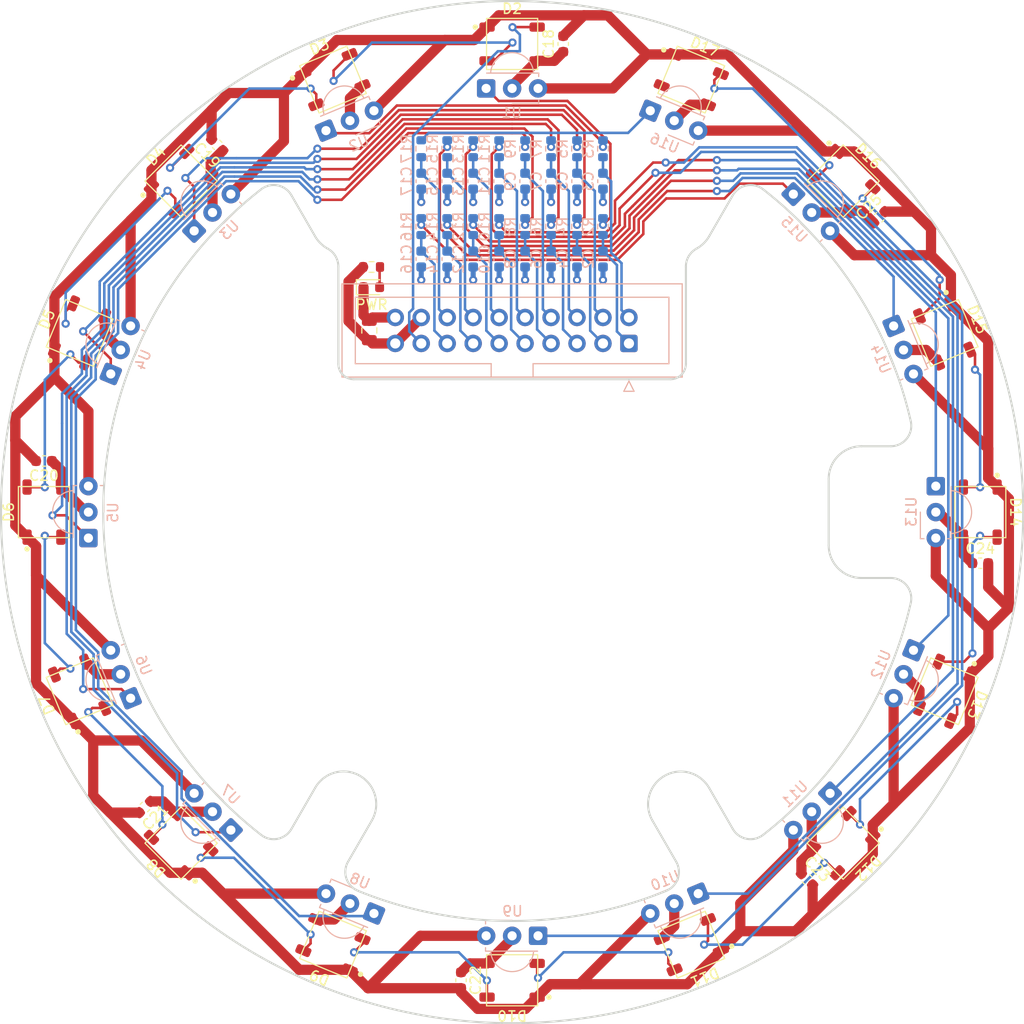
<source format=kicad_pcb>
(kicad_pcb (version 20221018) (generator pcbnew)
  (layers (0 "F.Cu" signal) (1 "In1.Cu" signal) (2 "In2.Cu" signal) (31 "B.Cu" signal) (34 "B.Paste" user) (35 "F.Paste" user) (36 "B.SilkS" user "B.Silkscreen") (37 "F.SilkS" user "F.Silkscreen") (38 "B.Mask" user) (39 "F.Mask" user) (44 "Edge.Cuts" user))
  (net 0 "")
  (net 1 "+5V")
  (net 2 "GND")
  (net 3 "sig1-LPF")
  (net 4 "sig2-LPF")
  (net 5 "sig3-LPF")
  (net 6 "sig4-LPF")
  (net 7 "sig5-LPF")
  (net 8 "sig6-LPF")
  (net 9 "sig7-LPF")
  (net 10 "sig8-LPF")
  (net 11 "sig9-LPF")
  (net 12 "sig10-LPF")
  (net 13 "sig11-LPF")
  (net 14 "sig12-LPF")
  (net 15 "sig13-LPF")
  (net 16 "sig14-LPF")
  (net 17 "sig15-LPF")
  (net 18 "sig16-LPF")
  (net 19 "Net-(D1-A)")
  (net 20 "Net-(D2-DOUT)")
  (net 21 "sig_NeoPixel")
  (net 22 "Net-(D3-DOUT)")
  (net 23 "Net-(D4-DOUT)")
  (net 24 "Net-(D5-DOUT)")
  (net 25 "Net-(D6-DOUT)")
  (net 26 "Net-(D7-DOUT)")
  (net 27 "Net-(D8-DOUT)")
  (net 28 "Net-(D10-DIN)")
  (net 29 "Net-(D10-DOUT)")
  (net 30 "Net-(D11-DOUT)")
  (net 31 "Net-(D12-DOUT)")
  (net 32 "Net-(D13-DOUT)")
  (net 33 "Net-(D14-DOUT)")
  (net 34 "Net-(D15-DOUT)")
  (net 35 "Net-(D16-DOUT)")
  (net 37 "sig1")
  (net 38 "sig2")
  (net 39 "sig3")
  (net 40 "sig4")
  (net 41 "sig5")
  (net 42 "sig6")
  (net 43 "sig7")
  (net 44 "sig8")
  (net 45 "sig9")
  (net 46 "sig10")
  (net 47 "sig11")
  (net 48 "sig12")
  (net 49 "sig13")
  (net 50 "sig14")
  (net 51 "sig15")
  (net 52 "sig16")
  (footprint "@2023_BallSensor:WS2812B" (layer "F.Cu") (at 133.35049 132.07149 -135)
    (fp_text reference "D12")
    (fp_text value "~")
  )
  (footprint "Capacitor_SMD:C_0603_1608Metric" (layer "F.Cu") (at 105.965 53.886 90)
    (fp_text reference "C18")
    (fp_text value "C")
  )
  (footprint "@2023_BallSensor:WS2812B" (layer "F.Cu") (at 118.491901 57.372317 -22.5)
    (fp_text reference "D17")
    (fp_text value "~")
  )
  (footprint "MountingHole:MountingHole_3.2mm_M3" (layer "F.Cu") (at 84.465 71.1072)
    (fp_text reference "REF**" hide)
    (fp_text value "MountingHole_3.2mm_M3")
  )
  (footprint "@2023_BallSensor:WS2812B" (layer "F.Cu") (at 58.651317 117.212901 112.5)
    (fp_text reference "D7")
    (fp_text value "~")
  )
  (footprint "Resistor_SMD:R_0603_1608Metric" (layer "F.Cu") (at 87.215 75.705)
    (fp_text reference "R1" hide)
    (fp_text value "R")
  )
  (footprint "Capacitor_SMD:C_0603_1608Metric" (layer "F.Cu") (at 55.165 94.686 180)
    (fp_text reference "C20")
    (fp_text value "C")
  )
  (footprint "@2023_BallSensor:WS2812B" (layer "F.Cu") (at 118.491901 141.999682 -157.5)
    (fp_text reference "D11")
    (fp_text value "~")
  )
  (footprint "MountingHole:MountingHole_3.2mm_M3" (layer "F.Cu") (at 135.134565 96.441978)
    (fp_text reference "REF**" hide)
    (fp_text value "MountingHole_3.2mm_M3")
  )
  (footprint "@2023_BallSensor:WS2812B" (layer "F.Cu") (at 133.35049 67.300509 -45)
    (fp_text reference "D16")
    (fp_text value "~")
  )
  (footprint "Capacitor_SMD:C_0805_2012Metric" (layer "F.Cu") (at 86.995 81.915 90)
    (fp_text reference "BYPS" hide)
    (fp_text value "By-pass")
  )
  (footprint "@2023_BallSensor:WS2812B" (layer "F.Cu") (at 146.765 99.686 -90)
    (fp_text reference "D14")
    (fp_text value "~")
  )
  (footprint "Capacitor_SMD:C_0603_1608Metric" (layer "F.Cu") (at 95.965 145.486 -90)
    (fp_text reference "C22")
    (fp_text value "C")
  )
  (footprint "@2023_BallSensor:WS2812B" (layer "F.Cu") (at 68.579509 67.300509 45)
    (fp_text reference "D4")
    (fp_text value "~")
  )
  (footprint "Capacitor_SMD:C_0603_1608Metric" (layer "F.Cu") (at 129.814956 135.607024 -45)
    (fp_text reference "C23")
    (fp_text value "C")
  )
  (footprint "@2023_BallSensor:WS2812B" (layer "F.Cu") (at 55.165 99.686 90)
    (fp_text reference "D6")
    (fp_text value "~")
  )
  (footprint "@2023_BallSensor:WS2812B" (layer "F.Cu") (at 83.438098 57.372317 22.5)
    (fp_text reference "D3")
    (fp_text value "~")
  )
  (footprint "MountingHole:MountingHole_3.2mm_M3" (layer "F.Cu") (at 117.465 128.264838)
    (fp_text reference "REF**" hide)
    (fp_text value "MountingHole_3.2mm_M3")
  )
  (footprint "Capacitor_SMD:C_0603_1608Metric" (layer "F.Cu") (at 72.115043 63.764975 135)
    (fp_text reference "C19")
    (fp_text value "C")
  )
  (footprint "LED_SMD:LED_0603_1608Metric" (layer "F.Cu") (at 87.215 77.686)
    (fp_text reference "PWR")
    (fp_text value "LED")
  )
  (footprint "@2023_BallSensor:WS2812B" (layer "F.Cu") (at 143.278682 117.212901 -112.5)
    (fp_text reference "D13")
    (fp_text value "~")
  )
  (footprint "@2023_BallSensor:WS2812B" (layer "F.Cu") (at 100.965 53.886)
    (fp_text reference "D2")
    (fp_text value "~")
  )
  (footprint "MountingHole:MountingHole_3.2mm_M3" (layer "F.Cu") (at 84.465 128.26484)
    (fp_text reference "REF**" hide)
    (fp_text value "MountingHole_3.2mm_M3")
  )
  (footprint "MountingHole:MountingHole_3.2mm_M3" (layer "F.Cu") (at 135.1346 102.93)
    (fp_text reference "REF**" hide)
    (fp_text value "MountingHole_3.2mm_M3")
  )
  (footprint "Capacitor_SMD:C_0603_1608Metric" (layer "F.Cu") (at 146.765 104.686)
    (fp_text reference "C24")
    (fp_text value "C")
  )
  (footprint "@2023_BallSensor:WS2812B" (layer "F.Cu") (at 58.651317 82.159098 67.5)
    (fp_text reference "D5")
    (fp_text value "~")
  )
  (footprint "@2023_BallSensor:WS2812B" (layer "F.Cu") (at 100.965 145.486 180)
    (fp_text reference "D10")
    (fp_text value "~")
  )
  (footprint "@2023_BallSensor:WS2812B" (layer "F.Cu") (at 83.438098 141.999682 157.5)
    (fp_text reference "D9")
    (fp_text value "~")
  )
  (footprint "@2023_BallSensor:WS2812B" (layer "F.Cu") (at 143.278682 82.159098 -67.5)
    (fp_text reference "D15")
    (fp_text value "~")
  )
  (footprint "Capacitor_SMD:C_0603_1608Metric" (layer "F.Cu") (at 65.043975 128.535956 -135)
    (fp_text reference "C21")
    (fp_text value "C")
  )
  (footprint "MountingHole:MountingHole_3.2mm_M3" (layer "F.Cu") (at 117.465 71.107162)
    (fp_text reference "REF**" hide)
    (fp_text value "MountingHole_3.2mm_M3")
  )
  (footprint "Capacitor_SMD:C_0603_1608Metric" (layer "F.Cu") (at 136.886024 70.836043 45)
    (fp_text reference "C25")
    (fp_text value "C")
  )
  (footprint "@2023_BallSensor:WS2812B" (layer "F.Cu") (at 68.579509 132.07149 135)
    (fp_text reference "D8")
    (fp_text value "~")
  )
  (footprint "Resistor_SMD:R_0603_1608Metric" (layer "B.Cu") (at 109.855 64.135 -90)
    (fp_text reference "R3")
    (fp_text value "R")
  )
  (footprint "@2023_BallSensor:TSSP58038" (layer "B.Cu") (at 85.102771 137.980806 157.5)
    (fp_text reference "U8")
    (fp_text value "TSSP58038")
  )
  (footprint "Capacitor_SMD:C_0603_1608Metric" (layer "B.Cu") (at 107.315 67.31 -90)
    (fp_text reference "C5")
    (fp_text value "C")
  )
  (footprint "Resistor_SMD:R_0603_1608Metric" (layer "B.Cu") (at 94.615 64.135 -90)
    (fp_text reference "R15")
    (fp_text value "R")
  )
  (footprint "Capacitor_SMD:C_0603_1608Metric" (layer "B.Cu") (at 102.235 74.93 -90)
    (fp_text reference "C8")
    (fp_text value "C")
  )
  (footprint "Capacitor_SMD:C_0603_1608Metric" (layer "B.Cu") (at 99.695 74.93 -90)
    (fp_text reference "C10")
    (fp_text value "C")
  )
  (footprint "Resistor_SMD:R_0603_1608Metric" (layer "B.Cu") (at 109.855 71.755 -90)
    (fp_text reference "R2")
    (fp_text value "R")
  )
  (footprint "Capacitor_SMD:C_0603_1608Metric" (layer "B.Cu") (at 107.315 74.93 -90)
    (fp_text reference "C4")
    (fp_text value "C")
  )
  (footprint "Resistor_SMD:R_0603_1608Metric" (layer "B.Cu") (at 107.315 71.755 -90)
    (fp_text reference "R4")
    (fp_text value "R")
  )
  (footprint "Capacitor_SMD:C_0603_1608Metric" (layer "B.Cu") (at 102.235 67.31 -90)
    (fp_text reference "C9")
    (fp_text value "C")
  )
  (footprint "@2023_BallSensor:TSSP58038" (layer "B.Cu") (at 116.827228 61.391193 -22.5)
    (fp_text reference "U16")
    (fp_text value "TSSP58038")
  )
  (footprint "@2023_BallSensor:TSSP58038" (layer "B.Cu") (at 130.274576 70.376423 -45)
    (fp_text reference "U15")
    (fp_text value "TSSP58038")
  )
  (footprint "Resistor_SMD:R_0603_1608Metric" (layer "B.Cu") (at 104.775 71.755 -90)
    (fp_text reference "R6")
    (fp_text value "R")
  )
  (footprint "Resistor_SMD:R_0603_1608Metric" (layer "B.Cu") (at 102.235 64.135 -90)
    (fp_text reference "R9")
    (fp_text value "R")
  )
  (footprint "Capacitor_SMD:C_0603_1608Metric" (layer "B.Cu") (at 104.775 67.31 -90)
    (fp_text reference "C7")
    (fp_text value "C")
  )
  (footprint "Capacitor_SMD:C_0603_1608Metric" (layer "B.Cu") (at 94.615 74.93 -90)
    (fp_text reference "C14")
    (fp_text value "C")
  )
  (footprint "Connector_IDC:IDC-Header_2x10_P2.54mm_Vertical" (layer "B.Cu") (at 112.395 83.185 90)
    (fp_text reference "J1" hide)
    (fp_text value "Conn_01x20_Male")
  )
  (footprint "Resistor_SMD:R_0603_1608Metric" (layer "B.Cu") (at 99.695 71.755 -90)
    (fp_text reference "R10")
    (fp_text value "R")
  )
  (footprint "Capacitor_SMD:C_0603_1608Metric" (layer "B.Cu") (at 109.855 74.93 -90)
    (fp_text reference "C2")
    (fp_text value "C")
  )
  (footprint "@2023_BallSensor:TSSP58038" (layer "B.Cu") (at 100.965 58.236)
    (fp_text reference "U1")
    (fp_text value "TSSP58038")
  )
  (footprint "Capacitor_SMD:C_0603_1608Metric" (layer "B.Cu") (at 97.155 67.31 -90)
    (fp_text reference "C13")
    (fp_text value "C")
  )
  (footprint "Capacitor_SMD:C_0603_1608Metric" (layer "B.Cu") (at 104.775 74.93 -90)
    (fp_text reference "C6")
    (fp_text value "C")
  )
  (footprint "Resistor_SMD:R_0603_1608Metric" (layer "B.Cu") (at 94.615 71.755 -90)
    (fp_text reference "R14")
    (fp_text value "R")
  )
  (footprint "Resistor_SMD:R_0603_1608Metric" (layer "B.Cu") (at 107.315 64.135 -90)
    (fp_text reference "R5")
    (fp_text value "R")
  )
  (footprint "@2023_BallSensor:TSSP58038" (layer "B.Cu") (at 139.259806 115.548228 -112.5)
    (fp_text reference "U12")
    (fp_text value "TSSP58038")
  )
  (footprint "Capacitor_SMD:C_0603_1608Metric" (layer "B.Cu") (at 94.615 67.31 -90)
    (fp_text reference "C15")
    (fp_text value "C")
  )
  (footprint "@2023_BallSensor:TSSP58038" (layer "B.Cu") (at 71.655423 128.995576 135)
    (fp_text reference "U7")
    (fp_text value "TSSP58038")
  )
  (footprint "Capacitor_SMD:C_0603_1608Metric" (layer "B.Cu") (at 109.855 67.31 -90)
    (fp_text reference "C3")
    (fp_text value "C")
  )
  (footprint "@2023_BallSensor:TSSP58038" (layer "B.Cu") (at 59.515 99.686 90)
    (fp_text reference "U5")
    (fp_text value "TSSP58038")
  )
  (footprint "@2023_BallSensor:TSSP58038" (layer "B.Cu") (at 116.827228 137.980806 -157.5)
    (fp_text reference "U10")
    (fp_text value "TSSP58038")
  )
  (footprint "Resistor_SMD:R_0603_1608Metric" (layer "B.Cu") (at 92.075 71.755 -90)
    (fp_text reference "R16")
    (fp_text value "R")
  )
  (footprint "@2023_BallSensor:TSSP58038" (layer "B.Cu") (at 71.655423 70.376423 45)
    (fp_text reference "U3")
    (fp_text value "TSSP58038")
  )
  (footprint "Resistor_SMD:R_0603_1608Metric" (layer "B.Cu") (at 102.235 71.755 -90)
    (fp_text reference "R8")
    (fp_text value "R")
  )
  (footprint "@2023_BallSensor:TSSP58038" (layer "B.Cu") (at 142.415 99.686 -90)
    (fp_text reference "U13")
    (fp_text value "TSSP58038")
  )
  (footprint "@2023_BallSensor:TSSP58038" (layer "B.Cu") (at 62.670193 83.823771 67.5)
    (fp_text reference "U4")
    (fp_text value "TSSP58038")
  )
  (footprint "Resistor_SMD:R_0603_1608Metric" (layer "B.Cu") (at 92.075 64.135 -90)
    (fp_text reference "R17")
    (fp_text value "R")
  )
  (footprint "Capacitor_SMD:C_0603_1608Metric" (layer "B.Cu") (at 92.075 67.31 -90)
    (fp_text reference "C17")
    (fp_text value "C")
  )
  (footprint "Capacitor_SMD:C_0603_1608Metric" (layer "B.Cu") (at 97.155 74.93 -90)
    (fp_text reference "C12")
    (fp_text value "C")
  )
  (footprint "Resistor_SMD:R_0603_1608Metric" (layer "B.Cu") (at 97.155 64.135 -90)
    (fp_text reference "R13")
    (fp_text value "R")
  )
  (footprint "@2023_BallSensor:TSSP58038" (layer "B.Cu") (at 85.102771 61.391193 22.5)
    (fp_text reference "U2")
    (fp_text value "TSSP58038")
  )
  (footprint "Resistor_SMD:R_0603_1608Metric" (layer "B.Cu") (at 97.155 71.755 -90)
    (fp_text reference "R12")
    (fp_text value "R")
  )
  (footprint "@2023_BallSensor:TSSP58038" (layer "B.Cu") (at 139.259806 83.823771 -67.5)
    (fp_text reference "U14")
    (fp_text value "TSSP58038")
  )
  (footprint "Resistor_SMD:R_0603_1608Metric" (layer "B.Cu") (at 104.775 64.135 -90)
    (fp_text reference "R7")
    (fp_text value "R")
  )
  (footprint "Resistor_SMD:R_0603_1608Metric" (layer "B.Cu") (at 99.695 64.135 -90)
    (fp_text reference "R11")
    (fp_text value "R")
  )
  (footprint "Capacitor_SMD:C_0603_1608Metric" (layer "B.Cu") (at 99.695 67.31 -90)
    (fp_text reference "C11")
    (fp_text value "C")
  )
  (footprint "@2023_BallSensor:TSSP58038" (layer "B.Cu") (at 62.670193 115.548228 112.5)
    (fp_text reference "U6")
    (fp_text value "TSSP58038")
  )
  (footprint "Capacitor_SMD:C_0603_1608Metric" (layer "B.Cu") (at 92.075 74.93 -90)
    (fp_text reference "C16")
    (fp_text value "C")
  )
  (footprint "@2023_BallSensor:TSSP58038" (layer "B.Cu") (at 130.274576 128.995576 -135)
    (fp_text reference "U11")
    (fp_text value "TSSP58038")
  )
  (footprint "@2023_BallSensor:TSSP58038" (layer "B.Cu") (at 100.965 141.136 180)
    (fp_text reference "U9")
    (fp_text value "TSSP58038")
  )
  (gr_line (start 131.934565 96.441978) (end 131.934565 102.930022) (stroke (width 0.2)) (layer "Edge.Cuts"))
  (gr_arc (start 81.693719 126.664838) (mid 86.06499 125.493534) (end 87.236281 129.864838) (stroke (width 0.2)) (layer "Edge.Cuts"))
  (gr_arc (start 138.014946 106.130022) (mid 139.578412 106.882808) (end 139.964943 108.574444) (stroke (width 0.2)) (layer "Edge.Cuts"))
  (gr_line (start 79.372454 68.686614) (end 81.693719 72.707162) (stroke (width 0.2)) (layer "Edge.Cuts"))
  (gr_arc (start 131.934565 96.441978) (mid 132.871828 94.179236) (end 135.134565 93.241978) (stroke (width 0.2)) (layer "Edge.Cuts"))
  (gr_line (start 85.465 86.686) (end 116.465 86.686) (stroke (width 0.2)) (layer "Edge.Cuts"))
  (gr_arc (start 125.517207 131.264302) (mid 123.90567 131.64819) (end 122.557546 130.685386) (stroke (width 0.2)) (layer "Edge.Cuts"))
  (gr_line (start 122.557546 130.685386) (end 120.236281 126.664838) (stroke (width 0.2)) (layer "Edge.Cuts"))
  (gr_line (start 117.965 85.186) (end 117.965 75.666767) (stroke (width 0.2)) (layer "Edge.Cuts"))
  (gr_line (start 138.014946 93.241978) (end 135.134565 93.241978) (stroke (width 0.2)) (layer "Edge.Cuts"))
  (gr_line (start 81.693719 126.664838) (end 79.372454 130.685386) (stroke (width 0.2)) (layer "Edge.Cuts"))
  (gr_arc (start 122.557546 68.686614) (mid 123.905669 67.7238) (end 125.517207 68.107698) (stroke (width 0.2)) (layer "Edge.Cuts"))
  (gr_arc (start 120.236281 72.707162) (mid 119.702646 73.394741) (end 119.003462 73.913073) (stroke (width 0.2)) (layer "Edge.Cuts"))
  (gr_arc (start 117.965 85.186) (mid 117.525659 86.246658) (end 116.465 86.686) (stroke (width 0.2)) (layer "Edge.Cuts"))
  (gr_line (start 84.915017 133.885386) (end 87.236281 129.864838) (stroke (width 0.2)) (layer "Edge.Cuts"))
  (gr_arc (start 85.893492 136.737986) (mid 84.755291 135.534295) (end 84.915017 133.885386) (stroke (width 0.2)) (layer "Edge.Cuts"))
  (gr_arc (start 139.964943 108.574444) (mid 134.705573 121.170264) (end 125.517207 131.264302) (stroke (width 0.2)) (layer "Edge.Cuts"))
  (gr_line (start 135.134565 106.130022) (end 138.014946 106.130022) (stroke (width 0.2)) (layer "Edge.Cuts"))
  (gr_arc (start 79.372454 130.685386) (mid 78.024331 131.648198) (end 76.412793 131.264302) (stroke (width 0.2)) (layer "Edge.Cuts"))
  (gr_arc (start 76.412793 68.107698) (mid 78.02433 67.723808) (end 79.372454 68.686614) (stroke (width 0.2)) (layer "Edge.Cuts"))
  (gr_arc (start 116.036508 136.737986) (mid 100.965 139.686) (end 85.893492 136.737986) (stroke (width 0.2)) (layer "Edge.Cuts"))
  (gr_arc (start 125.517207 68.107698) (mid 134.705574 78.201735) (end 139.964943 90.797556) (stroke (width 0.2)) (layer "Edge.Cuts"))
  (gr_arc (start 85.465 86.686) (mid 84.404339 86.24666) (end 83.965 85.186) (stroke (width 0.2)) (layer "Edge.Cuts"))
  (gr_arc (start 117.965 75.666767) (mid 118.244091 74.647715) (end 119.003462 73.913073) (stroke (width 0.2)) (layer "Edge.Cuts"))
  (gr_arc (start 76.412793 131.264302) (mid 60.965 99.686) (end 76.412793 68.107698) (stroke (width 0.2)) (layer "Edge.Cuts"))
  (gr_line (start 120.236281 72.707162) (end 122.557546 68.686614) (stroke (width 0.2)) (layer "Edge.Cuts"))
  (gr_arc (start 135.134565 106.130022) (mid 132.871837 105.192753) (end 131.934565 102.930022) (stroke (width 0.2)) (layer "Edge.Cuts"))
  (gr_line (start 114.693719 129.864838) (end 117.014983 133.885386) (stroke (width 0.2)) (layer "Edge.Cuts"))
  (gr_arc (start 114.693719 129.864838) (mid 115.86499 125.493498) (end 120.236281 126.664838) (stroke (width 0.2)) (layer "Edge.Cuts"))
  (gr_circle (center 100.965 99.686) (end 50.965 99.686) (stroke (width 0.2)) (fill none) (layer "Edge.Cuts"))
  (gr_arc (start 139.964943 90.797556) (mid 139.578419 92.489204) (end 138.014946 93.241978) (stroke (width 0.2)) (layer "Edge.Cuts"))
  (gr_line (start 83.965 75.666767) (end 83.965 85.186) (stroke (width 0.2)) (layer "Edge.Cuts"))
  (gr_arc (start 82.926538 73.913073) (mid 82.22737 73.394724) (end 81.693719 72.707162) (stroke (width 0.2)) (layer "Edge.Cuts"))
  (gr_arc (start 82.926538 73.913073) (mid 83.685921 74.64771) (end 83.965 75.666767) (stroke (width 0.2)) (layer "Edge.Cuts"))
  (gr_arc (start 117.014983 133.885386) (mid 117.174749 135.534297) (end 116.036508 136.737986) (stroke (width 0.2)) (layer "Edge.Cuts"))
  (segment (start 61.698177 113.201574) (end 54.392011 105.895408) (width 1) (layer "F.Cu") (net 1))
  (segment (start 59.515 89.822762) (end 56.189341 86.497103) (width 1) (layer "F.Cu") (net 1))
  (segment (start 143.893571 76.500793) (end 143.893571 79.236103) (width 1) (layer "F.Cu") (net 1))
  (segment (start 53.515 102.136) (end 52.365 100.986) (width 1) (layer "F.Cu") (net 1))
  (segment (start 134.411151 64.401371) (end 141.946619 71.936839) (width 1) (layer "F.Cu") (net 1))
  (segment (start 147.537989 93.476592) (end 147.537989 96.358989) (width 1) (layer "F.Cu") (net 1))
  (segment (start 52.365 92.661) (end 52.365 90.321444) (width 1) (layer "F.Cu") (net 1))
  (segment (start 114.480574 138.952822) (end 107.561743 145.871653) (width 1) (layer "F.Cu") (net 1))
  (segment (start 86.826497 82.865) (end 86.995 82.865) (width 1) (layer "F.Cu") (net 1))
  (segment (start 80.543165 56.78549) (end 83.828309 53.500346) (width 1) (layer "F.Cu") (net 1))
  (segment (start 134.451994 74.553841) (end 141.946619 74.553841) (width 1) (layer "F.Cu") (net 1))
  (segment (start 69.859372 127.199525) (end 64.686572 122.026725) (width 1) (layer "F.Cu") (net 1))
  (segment (start 107.99 51.086) (end 110.32692 51.086) (width 1) (layer "F.Cu") (net 1))
  (segment (start 128.478525 130.791627) (end 128.478525 132.771475) (width 1) (layer "F.Cu") (net 1))
  (segment (start 87.449425 60.419177) (end 94.368256 53.500346) (width 1) (layer "F.Cu") (net 1))
  (segment (start 80.140661 144.461658) (end 70.649631 134.970628) (width 1) (layer "F.Cu") (net 1))
  (segment (start 138.28779 117.894882) (end 138.28779 128.234677) (width 1) (layer "F.Cu") (net 1))
  (segment (start 107.561743 145.871653) (end 104.679347 145.871653) (width 1) (layer "F.Cu") (net 1))
  (segment (start 84.963 81.001503) (end 86.826497 82.865) (width 1) (layer "F.Cu") (net 1))
  (segment (start 136.249628 131.505805) (end 136.249628 133.132151) (width 1) (layer "F.Cu") (net 1))
  (segment (start 136.249628 130.272839) (end 136.249628 131.505805) (width 1) (layer "F.Cu") (net 1))
  (segment (start 114.151261 54.910341) (end 116.859824 54.910341) (width 1) (layer "F.Cu") (net 1))
  (segment (start 147.557778 111.057778) (end 147.557778 113.763704) (width 1) (layer "F.Cu") (net 1))
  (segment (start 132.070627 72.172474) (end 134.451994 74.553841) (width 1) (layer "F.Cu") (net 1))
  (segment (start 71.567035 60.353184) (end 73.233372 58.686847) (width 1) (layer "F.Cu") (net 1))
  (segment (start 65.680371 67.866194) (end 65.680371 66.239848) (width 1) (layer "F.Cu") (net 1))
  (segment (start 145.740658 115.580824) (end 145.740658 120.781809) (width 1) (layer "F.Cu") (net 1))
  (segment (start 65.680371 66.239848) (end 73.233372 58.686847) (width 1) (layer "F.Cu") (net 1))
  (segment (start 95.965 146.644148) (end 95.965 146.261) (width 1) (layer "F.Cu") (net 1))
  (segment (start 98.515 52.236) (end 99.665 51.086) (width 1) (layer "F.Cu") (net 1))
  (segment (start 130.362964 136.155032) (end 130.362964 139.018815) (width 1) (layer "F.Cu") (net 1))
  (segment (start 121.386834 142.586509) (end 118.10169 145.871653) (width 1) (layer "F.Cu") (net 1))
  (segment (start 64.686572 122.026725) (end 59.983381 122.026725) (width 1) (layer "F.Cu") (net 1))
  (segment (start 61.632184 129.083964) (end 59.983381 127.435161) (width 1) (layer "F.Cu") (net 1))
  (segment (start 105.965 53.111) (end 107.99 51.086) (width 1) (layer "F.Cu") (net 1))
  (segment (start 56.189341 83.791175) (end 56.189341 78.590193) (width 1) (layer "F.Cu") (net 1))
  (segment (start 95.965 146.261) (end 86.869517 146.261) (width 1) (layer "F.Cu") (net 1))
  (segment (start 147.54 107.025556) (end 149.565 109.050556) (width 1) (layer "F.Cu") (net 1))
  (segment (start 143.893571 79.236103) (end 143.865509 79.264165) (width 1) (layer "F.Cu") (net 1))
  (segment (start 65.680371 69.099163) (end 65.680371 67.866194) (width 1) (layer "F.Cu") (net 1))
  (segment (start 67.518848 134.970628) (end 59.983381 127.435161) (width 1) (layer "F.Cu") (net 1))
  (segment (start 147.537989 96.358989) (end 148.415 97.236) (width 1) (layer "F.Cu") (net 1))
  (segment (start 94.368256 53.500346) (end 97.250654 53.500346) (width 1) (layer "F.Cu") (net 1))
  (segment (start 97.606852 148.286) (end 95.965 146.644148) (width 1) (layer "F.Cu") (net 1))
  (segment (start 87.315 83.185) (end 86.995 82.865) (width 1) (layer "F.Cu") (net 1))
  (segment (start 132.784805 64.401371) (end 134.411151 64.401371) (width 1) (layer "F.Cu") (net 1))
  (segment (start 69.145194 134.970628) (end 67.518848 134.970628) (width 1) (layer "F.Cu") (net 1))
  (segment (start 145.740658 120.781809) (end 136.249628 130.272839) (width 1) (layer "F.Cu") (net 1))
  (segment (start 91.994517 141.136) (end 86.869517 146.261) (width 1) (layer "F.Cu") (net 1))
  (segment (start 84.963 77.132) (end 84.963 81.001503) (width 1) (layer "F.Cu") (net 1))
  (segment (start 142.415 102.226) (end 142.415 105.915) (width 1) (layer "F.Cu") (net 1))
  (segment (start 103.415 147.136) (end 102.265 148.286) (width 1) (layer "F.Cu") (net 1))
  (segment (start 59.515 97.146) (end 59.515 89.822762) (width 1) (layer "F.Cu") (net 1))
  (segment (start 140.297815 70.288035) (end 141.946619 71.936839) (width 1) (layer "F.Cu") (net 1))
  (segment (start 63.642209 71.137325) (end 65.680371 69.099163) (width 1) (layer "F.Cu") (net 1))
  (segment (start 59.983381 122.026725) (end 58.06449 120.107834) (width 1) (layer "F.Cu") (net 1))
  (segment (start 63.642209 81.477117) (end 63.642209 71.137325) (width 1) (layer "F.Cu") (net 1))
  (segment (start 99.665 51.086) (end 110.32692 51.086) (width 1) (layer "F.Cu") (net 1))
  (segment (start 104.679347 145.871653) (end 103.415 147.136) (width 1) (layer "F.Cu") (net 1))
  (segment (start 64.495967 129.083964) (end 61.632184 129.083964) (width 1) (layer "F.Cu") (net 1))
  (segment (start 147.537989 82.936645) (end 147.537989 96.358989) (width 1) (layer "F.Cu") (net 1))
  (segment (start 97.250654 53.500346) (end 98.515 52.236) (width 1) (layer "F.Cu") (net 1))
  (segment (start 128.478525 132.771475) (end 123.288186 137.961814) (width 1) (layer "F.Cu") (net 1))
  (segment (start 85.070175 144.461658) (end 80.140661 144.461658) (width 1) (layer "F.Cu") (net 1))
  (segment (start 56.189341 78.590193) (end 65.680371 69.099163) (width 1) (layer "F.Cu") (net 1))
  (segment (start 141.946619 74.553841) (end 143.893571 76.500793) (width 1) (layer "F.Cu") (net 1))
  (segment (start 98.425 141.136) (end 91.994517 141.136) (width 1) (layer "F.Cu") (net 1))
  (segment (start 89.535 83.185) (end 92.075 80.645) (width 1) (layer "F.Cu") (net 1))
  (segment (start 110.32692 51.086) (end 114.151261 54.910341) (width 1) (layer "F.Cu") (net 1))
  (segment (start 123.288186 137.961814) (end 123.288186 140.685157) (width 1) (layer "F.Cu") (net 1))
  (segment (start 52.365 100.986) (end 52.365 90.321444) (width 1) (layer "F.Cu") (net 1))
  (segment (start 54.392011 103.013011) (end 53.515 102.136) (width 1) (layer "F.Cu") (net 1))
  (segment (start 116.859824 54.910341) (end 122.051789 54.910341) (width 1) (layer "F.Cu") (net 1))
  (segment (start 54.392011 105.895408) (end 54.392011 103.013011) (width 1) (layer "F.Cu") (net 1))
  (segment (start 56.189341 86.497103) (end 56.189341 83.791175) (width 1) (layer "F.Cu") (net 1))
  (segment (start 58.06449 120.107834) (end 54.392011 116.435355) (width 1) (layer "F.Cu") (net 1))
  (segment (start 130.362964 139.018815) (end 128.696622 140.685157) (width 1) (layer "F.Cu") (net 1))
  (segment (start 54.392011 116.435355) (end 54.392011 103.013011) (width 1) (layer "F.Cu") (net 1))
  (segment (start 138.28779 128.234677) (end 136.249628 130.272839) (width 1) (layer "F.Cu") (net 1))
  (segment (start 149.565 109.050556) (end 147.557778 111.057778) (width 1) (layer "F.Cu") (net 1))
  (segment (start 59.983381 127.435161) (end 59.983381 122.026725) (width 1) (layer "F.Cu") (net 1))
  (segment (start 71.567035 63.216967) (end 71.567035 60.353184) (width 1) (layer "F.Cu") (net 1))
  (segment (start 86.39 75.705) (end 84.963 77.132) (width 1) (layer "F.Cu") (net 1))
  (segment (start 83.828309 53.500346) (end 97.250654 53.500346) (width 1) (layer "F.Cu") (net 1))
  (segment (start 89.535 83.185) (end 87.315 83.185) (width 1) (layer "F.Cu") (net 1))
  (segment (start 73.233372 58.686847) (end 78.641808 58.686847) (width 1) (layer "F.Cu") (net 1))
  (segment (start 103.505 58.236) (end 110.825602 58.236) (width 1) (layer "F.Cu") (net 1))
  (segment (start 143.865509 79.264165) (end 147.537989 82.936645) (width 1) (layer "F.Cu") (net 1))
  (segment (start 140.231822 86.170425) (end 147.537989 93.476592) (width 1) (layer "F.Cu") (net 1))
  (segment (start 123.288186 140.685157) (end 121.386834 142.586509) (width 1) (layer "F.Cu") (net 1))
  (segment (start 149.565 98.386) (end 149.565 109.050556) (width 1) (layer "F.Cu") (net 1))
  (segment (start 110.825602 58.236) (end 114.151261 54.910341) (width 1) (layer "F.Cu") (net 1))
  (segment (start 52.365 90.321444) (end 56.189341 86.497103) (width 1) (layer "F.Cu") (net 1))
  (segment (start 86.869517 146.261) (end 85.070175 144.461658) (width 1) (layer "F.Cu") (net 1))
  (segment (start 148.415 97.236) (end 149.565 98.386) (width 1) (layer "F.Cu") (net 1))
  (segment (start 54.39 94.686) (end 52.365 92.661) (width 1) (layer "F.Cu") (net 1))
  (segment (start 136.249628 133.132151) (end 128.696622 140.685157) (width 1) (layer "F.Cu") (net 1))
  (segment (start 119.173882 62.363209) (end 129.504657 62.363209) (width 1) (layer "F.Cu") (net 1))
  (segment (start 142.415 105.915) (end 147.557778 111.057778) (width 1) (layer "F.Cu") (net 1))
  (segment (start 73.451474 68.580372) (end 78.641808 63.390038) (width 1) (layer "F.Cu") (net 1))
  (segment (start 118.10169 145.871653) (end 104.679347 145.871653) (width 1) (layer "F.Cu") (net 1))
  (segment (start 70.649631 134.970628) (end 69.145194 134.970628) (width 1) (layer "F.Cu") (net 1))
  (segment (start 72.687793 137.00879) (end 70.649631 134.970628) (width 1) (layer "F.Cu") (net 1))
  (segment (start 122.051789 54.910341) (end 131.542819 64.401371) (width 1) (layer "F.Cu") (net 1))
  (segment (start 78.641808 63.390038) (end 78.641808 58.686847) (width 1) (layer "F.Cu") (net 1))
  (segment (start 131.542819 64.401371) (end 132.784805 64.401371) (width 1) (layer "F.Cu") (net 1))
  (segment (start 78.641808 58.686847) (end 80.543165 56.78549) (width 1) (layer "F.Cu") (net 1))
  (segment (start 129.504657 62.363209) (end 131.542819 64.401371) (width 1) (layer "F.Cu") (net 1))
  (segment (start 102.265 148.286) (end 97.606852 148.286) (width 1) (layer "F.Cu") (net 1))
  (segment (start 147.54 104.686) (end 147.54 107.025556) (width 1) (layer "F.Cu") (net 1))
  (segment (start 141.946619 71.936839) (end 141.946619 74.553841) (width 1) (layer "F.Cu") (net 1))
  (segment (start 82.756117 137.00879) (end 72.687793 137.00879) (width 1) (layer "F.Cu") (net 1))
  (segment (start 145.740658 115.580824) (end 147.557778 113.763704) (width 1) (layer "F.Cu") (net 1))
  (segment (start 137.434032 70.288035) (end 140.297815 70.288035) (width 1) (layer "F.Cu") (net 1))
  (segment (start 128.696622 140.685157) (end 123.288186 140.685157) (width 1) (layer "F.Cu") (net 1))
  (segment (start 62.670193 115.548228) (end 60.468404 115.548228) (width 1) (layer "F.Cu") (net 2))
  (segment (start 100.965 141.386) (end 98.515 143.836) (width 1) (layer "F.Cu") (net 2))
  (segment (start 129.266948 133.821579) (end 129.266948 135.059016) (width 1) (layer "F.Cu") (net 2))
  (segment (start 96.84 143.836) (end 95.965 144.711) (width 1) (layer "F.Cu") (net 2))
  (segment (start 71.478647 66.734824) (end 71.478647 65.497387) (width 1) (layer "F.Cu") (net 2))
  (segment (start 85.102771 61.391193) (end 85.102771 59.189404) (width 1) (layer "F.Cu") (net 2))
  (segment (start 139.259806 83.823771) (end 141.461595 83.823771) (width 1) (layer "F.Cu") (net 2))
  (segment (start 130.451352 132.637175) (end 129.266948 133.821579) (width 1) (layer "F.Cu") (net 2))
  (segment (start 142.665 99.686) (end 145.115 102.136) (width 1) (layer "F.Cu") (net 2))
  (segment (start 130.274576 128.995576) (end 130.274576 132.460399) (width 1) (layer "F.Cu") (net 2))
  (segment (start 68.1906 128.995576) (end 68.013824 129.172352) (width 1) (layer "F.Cu") (net 2))
  (segment (start 71.655423 128.995576) (end 68.1906 128.995576) (width 1) (layer "F.Cu") (net 2))
  (segment (start 98.515 143.836) (end 96.84 143.836) (width 1) (layer "F.Cu") (net 2))
  (segment (start 71.478647 65.497387) (end 72.663051 64.312983) (width 1) (layer "F.Cu") (net 2))
  (segment (start 59.515 99.686) (end 59.265 99.686) (width 1) (layer "F.Cu") (net 2))
  (segment (start 66.82942 127.987948) (end 65.591983 127.987948) (width 1) (layer "F.Cu") (net 2))
  (segment (start 135.153612 70.199647) (end 136.338016 71.384051) (width 1) (layer "F.Cu") (net 2))
  (segment (start 145.115 103.811) (end 145.99 104.686) (width 1) (layer "F.Cu") (net 2))
  (segment (start 100.965 58.236) (end 100.965 57.986) (width 1) (layer "F.Cu") (net 2))
  (segment (start 141.461595 83.823771) (end 142.691855 85.054031) (width 1) (layer "F.Cu") (net 2))
  (segment (start 140.816706 117.105128) (end 140.816706 118.844978) (width 1) (layer "F.Cu") (net 2))
  (segment (start 71.655423 70.376423) (end 71.655423 66.9116) (width 1) (layer "F.Cu") (net 2))
  (segment (start 139.259806 115.548228) (end 140.816706 117.105128) (width 1) (layer "F.Cu") (net 2))
  (segment (start 71.655423 66.9116) (end 71.478647 66.734824) (width 1) (layer "F.Cu") (net 2))
  (segment (start 60.468404 115.548228) (end 59.238144 114.317968) (width 1) (layer "F.Cu") (net 2))
  (segment (start 86.4275 80.3975) (end 86.995 80.965) (width 1) (layer "F.Cu") (net 2))
  (segment (start 87.315 80.645) (end 86.995 80.965) (width 1) (layer "F.Cu") (net 2))
  (segment (start 85.102771 59.189404) (end 86.333031 57.959144) (width 1) (layer "F.Cu") (net 2))
  (segment (start 116.827228 137.980806) (end 116.827228 140.182595) (width 1) (layer "F.Cu") (net 2))
  (segment (start 116.827228 140.182595) (end 115.596968 141.412855) (width 1) (layer "F.Cu") (net 2))
  (segment (start 142.415 99.686) (end 142.665 99.686) (width 1) (layer "F.Cu") (net 2))
  (segment (start 133.916175 70.199647) (end 135.153612 70.199647) (width 1) (layer "F.Cu") (net 2))
  (segment (start 83.545871 139.537706) (end 81.806021 139.537706) (width 1) (layer "F.Cu") (net 2))
  (segment (start 62.670193 83.823771) (end 61.113293 82.266871) (width 1) (layer "F.Cu") (net 2))
  (segment (start 56.815 97.236) (end 56.815 95.561) (width 1) (layer "F.Cu") (net 2))
  (segment (start 145.115 102.136) (end 145.115 103.811) (width 1) (layer "F.Cu") (net 2))
  (segment (start 100.965 141.136) (end 100.965 141.386) (width 1) (layer "F.Cu") (net 2))
  (segment (start 105.09 55.536) (end 105.965 54.661) (width 1) (layer "F.Cu") (net 2))
  (segment (start 85.102771 137.980806) (end 83.545871 139.537706) (width 1) (layer "F.Cu") (net 2))
  (segment (start 103.415 55.536) (end 105.09 55.536) (width 1) (layer "F.Cu") (net 2))
  (segment (start 116.827228 61.391193) (end 118.384128 59.834293) (width 1) (layer "F.Cu") (net 2))
  (segment (start 130.274576 70.376423) (end 133.739399 70.376423) (width 1) (layer "F.Cu") (net 2))
  (segment (start 61.113293 82.266871) (end 61.113293 80.527021) (width 1) (layer "F.Cu") (net 2))
  (segment (start 89.535 80.645) (end 87.315 80.645) (width 1) (layer "F.Cu") (net 2))
  (segment (start 68.013824 129.172352) (end 66.82942 127.987948) (width 1) (layer "F.Cu") (net 2))
  (segment (start 86.4275 77.686) (end 86.4275 80.3975) (width 1) (layer "F.Cu") (net 2))
  (segment (start 130.274576 132.460399) (end 130.451352 132.637175) (width 1) (layer "F.Cu") (net 2))
  (segment (start 59.265 99.686) (end 56.815 97.236) (width 1) (layer "F.Cu") (net 2))
  (segment (start 118.384128 59.834293) (end 120.123978 59.834293) (width 1) (layer "F.Cu") (net 2))
  (segment (start 100.965 57.986) (end 103.415 55.536) (width 1) (layer "F.Cu") (net 2))
  (segment (start 133.739399 70.376423) (end 133.916175 70.199647) (width 1) (layer "F.Cu") (net 2))
  (segment (start 56.815 95.561) (end 55.94 94.686) (width 1) (layer "F.Cu") (net 2))
  (via (at 92.075 76.975) (size 0.8) (drill 0.4) (layers "F.Cu" "B.Cu") (net 2))
  (via (at 99.695 76.975) (size 0.8) (drill 0.4) (layers "F.Cu" "B.Cu") (net 2))
  (via (at 109.855 69.355) (size 0.8) (drill 0.4) (layers "F.Cu" "B.Cu") (net 2))
  (via (at 104.775 69.355) (size 0.8) (drill 0.4) (layers "F.Cu" "B.Cu") (net 2))
  (via (at 102.235 69.355) (size 0.8) (drill 0.4) (layers "F.Cu" "B.Cu") (net 2))
  (via (at 104.775 76.975) (size 0.8) (drill 0.4) (layers "F.Cu" "B.Cu") (net 2))
  (via (at 107.315 76.975) (size 0.8) (drill 0.4) (layers "F.Cu" "B.Cu") (net 2))
  (via (at 107.315 69.355) (size 0.8) (drill 0.4) (layers "F.Cu" "B.Cu") (net 2))
  (via (at 94.615 76.975) (size 0.8) (drill 0.4) (layers "F.Cu" "B.Cu") (net 2))
  (via (at 102.235 76.975) (size 0.8) (drill 0.4) (layers "F.Cu" "B.Cu") (net 2))
  (via (at 99.695 69.355) (size 0.8) (drill 0.4) (layers "F.Cu" "B.Cu") (net 2))
  (via (at 92.075 69.355) (size 0.8) (drill 0.4) (layers "F.Cu" "B.Cu") (net 2))
  (via (at 109.855 76.975) (size 0.8) (drill 0.4) (layers "F.Cu" "B.Cu") (net 2))
  (via (at 94.615 69.355) (size 0.8) (drill 0.4) (layers "F.Cu" "B.Cu") (net 2))
  (via (at 97.155 76.975) (size 0.8) (drill 0.4) (layers "F.Cu" "B.Cu") (net 2))
  (via (at 97.155 69.355) (size 0.8) (drill 0.4) (layers "F.Cu" "B.Cu") (net 2))
  (segment (start 109.855 68.085) (end 109.855 69.355) (width 0.5) (layer "B.Cu") (net 2))
  (segment (start 109.855 75.705) (end 109.855 76.975) (width 0.5) (layer "B.Cu") (net 2))
  (segment (start 99.695 68.085) (end 99.695 69.355) (width 0.5) (layer "B.Cu") (net 2))
  (segment (start 92.075 68.085) (end 92.075 69.355) (width 0.5) (layer "B.Cu") (net 2))
  (segment (start 102.235 75.705) (end 102.235 76.975) (width 0.5) (layer "B.Cu") (net 2))
  (segment (start 104.775 68.085) (end 104.775 69.355) (width 0.5) (layer "B.Cu") (net 2))
  (segment (start 94.615 75.705) (end 94.615 76.975) (width 0.5) (layer "B.Cu") (net 2))
  (segment (start 94.615 68.085) (end 94.615 69.355) (width 0.5) (layer "B.Cu") (net 2))
  (segment (start 107.315 75.705) (end 107.315 76.975) (width 0.5) (layer "B.Cu") (net 2))
  (segment (start 92.075 75.705) (end 92.075 76.975) (width 0.5) (layer "B.Cu") (net 2))
  (segment (start 102.235 68.085) (end 102.235 69.355) (width 0.5) (layer "B.Cu") (net 2))
  (segment (start 104.775 75.705) (end 104.775 76.975) (width 0.5) (layer "B.Cu") (net 2))
  (segment (start 107.315 68.085) (end 107.315 69.355) (width 0.5) (layer "B.Cu") (net 2))
  (segment (start 99.695 75.705) (end 99.695 76.975) (width 0.5) (layer "B.Cu") (net 2))
  (segment (start 97.155 68.085) (end 97.155 69.355) (width 0.5) (layer "B.Cu") (net 2))
  (segment (start 97.155 75.705) (end 97.155 76.975) (width 0.5) (layer "B.Cu") (net 2))
  (segment (start 112.395 83.185) (end 111.22 82.01) (width 0.25) (layer "B.Cu") (net 3))
  (segment (start 111.22 75.52) (end 109.855 74.155) (width 0.25) (layer "B.Cu") (net 3))
  (segment (start 109.855 74.155) (end 109.855 72.58) (width 0.25) (layer "B.Cu") (net 3))
  (segment (start 111.22 82.01) (end 111.22 75.52) (width 0.25) (layer "B.Cu") (net 3))
  (segment (start 111.67 79.92) (end 111.67 75.333604) (width 0.25) (layer "B.Cu") (net 4))
  (segment (start 109.855 66.535) (end 109.855 64.96) (width 0.25) (layer "B.Cu") (net 4))
  (segment (start 110.655 67.335) (end 109.855 66.535) (width 0.25) (layer "B.Cu") (net 4))
  (segment (start 112.395 80.645) (end 111.67 79.92) (width 0.25) (layer "B.Cu") (net 4))
  (segment (start 110.655 74.318604) (end 110.655 67.335) (width 0.25) (layer "B.Cu") (net 4))
  (segment (start 111.67 75.333604) (end 110.655 74.318604) (width 0.25) (layer "B.Cu") (net 4))
  (segment (start 108.605 81.935) (end 108.605 75.445) (width 0.25) (layer "B.Cu") (net 5))
  (segment (start 109.855 83.185) (end 108.605 81.935) (width 0.25) (layer "B.Cu") (net 5))
  (segment (start 107.315 72.58) (end 107.315 74.155) (width 0.25) (layer "B.Cu") (net 5))
  (segment (start 108.605 75.445) (end 107.315 74.155) (width 0.25) (layer "B.Cu") (net 5))
  (segment (start 107.315 64.96) (end 107.315 66.535) (width 0.25) (layer "B.Cu") (net 6))
  (segment (start 109.855 80.645) (end 109.055 79.845) (width 0.25) (layer "B.Cu") (net 6))
  (segment (start 109.055 79.845) (end 109.055 68.275) (width 0.25) (layer "B.Cu") (net 6))
  (segment (start 109.055 68.275) (end 107.315 66.535) (width 0.25) (layer "B.Cu") (net 6))
  (segment (start 105.95 75.33) (end 104.775 74.155) (width 0.25) (layer "B.Cu") (net 7))
  (segment (start 104.775 74.155) (end 104.775 72.58) (width 0.25) (layer "B.Cu") (net 7))
  (segment (start 107.315 83.185) (end 105.95 81.82) (width 0.25) (layer "B.Cu") (net 7))
  (segment (start 105.95 81.82) (end 105.95 75.33) (width 0.25) (layer "B.Cu") (net 7))
  (segment (start 106.515 68.275) (end 104.775 66.535) (width 0.25) (layer "B.Cu") (net 8))
  (segment (start 104.775 66.535) (end 104.775 64.96) (width 0.25) (layer "B.Cu") (net 8))
  (segment (start 107.315 80.645) (end 106.515 79.845) (width 0.25) (layer "B.Cu") (net 8))
  (segment (start 106.515 79.845) (end 106.515 68.275) (width 0.25) (layer "B.Cu") (net 8))
  (segment (start 102.235 74.155) (end 102.235 72.58) (width 0.25) (layer "B.Cu") (net 9))
  (segment (start 103.41 75.33) (end 102.235 74.155) (width 0.25) (layer "B.Cu") (net 9))
  (segment (start 104.775 83.185) (end 103.41 81.82) (width 0.25) (layer "B.Cu") (net 9))
  (segment (start 103.41 81.82) (end 103.41 75.33) (width 0.25) (layer "B.Cu") (net 9))
  (segment (start 104.775 80.645) (end 103.975 79.845) (width 0.25) (layer "B.Cu") (net 10))
  (segment (start 103.975 79.845) (end 103.975 68.275) (width 0.25) (layer "B.Cu") (net 10))
  (segment (start 102.235 64.96) (end 102.235 66.535) (width 0.25) (layer "B.Cu") (net 10))
  (segment (start 103.975 68.275) (end 102.235 66.535) (width 0.25) (layer "B.Cu") (net 10))
  (segment (start 100.87 81.82) (end 100.87 75.33) (width 0.25) (layer "B.Cu") (net 11))
  (segment (start 99.695 72.58) (end 99.695 74.155) (width 0.25) (layer "B.Cu") (net 11))
  (segment (start 102.235 83.185) (end 100.87 81.82) (width 0.25) (layer "B.Cu") (net 11))
  (segment (start 100.87 75.33) (end 99.695 74.155) (width 0.25) (layer "B.Cu") (net 11))
  (segment (start 101.435 68.275) (end 99.695 66.535) (width 0.25) (layer "B.Cu") (net 12))
  (segment (start 102.235 80.645) (end 101.435 79.845) (width 0.25) (layer "B.Cu") (net 12))
  (segment (start 101.435 79.845) (end 101.435 68.275) (width 0.25) (layer "B.Cu") (net 12))
  (segment (start 99.695 66.535) (end 99.695 64.96) (width 0.25) (layer "B.Cu") (net 12))
  (segment (start 97.155 72.58) (end 97.155 74.155) (width 0.25) (layer "B.Cu") (net 13))
  (segment (start 98.445 81.935) (end 98.445 75.445) (width 0.25) (layer "B.Cu") (net 13))
  (segment (start 98.445 75.445) (end 97.155 74.155) (width 0.25) (layer "B.Cu") (net 13))
  (segment (start 99.695 83.185) (end 98.445 81.935) (width 0.25) (layer "B.Cu") (net 13))
  (segment (start 97.155 64.96) (end 97.155 66.535) (width 0.25) (layer "B.Cu") (net 14))
  (segment (start 99.695 80.645) (end 98.895 79.845) (width 0.25) (layer "B.Cu") (net 14))
  (segment (start 98.885997 68.265997) (end 98.895 68.265997) (width 0.25) (layer "B.Cu") (net 14))
  (segment (start 98.895 79.845) (end 98.895 68.265997) (width 0.25) (layer "B.Cu") (net 14))
  (segment (start 97.155 66.535) (end 98.885997 68.265997) (width 0.25) (layer "B.Cu") (net 14))
  (segment (start 94.615 74.155) (end 94.615 72.58) (width 0.25) (layer "B.Cu") (net 15))
  (segment (start 95.905 75.445) (end 94.615 74.155) (width 0.25) (layer "B.Cu") (net 15))
  (segment (start 97.155 83.185) (end 95.905 81.935) (width 0.25) (layer "B.Cu") (net 15))
  (segment (start 95.905 81.935) (end 95.905 75.445) (width 0.25) (layer "B.Cu") (net 15))
  (segment (start 94.615 66.535) (end 94.615 64.96) (width 0.25) (layer "B.Cu") (net 16))
  (segment (start 96.355 68.275) (end 94.615 66.535) (width 0.25) (layer "B.Cu") (net 16))
  (segment (start 96.355 79.845) (end 96.355 68.275) (width 0.25) (layer "B.Cu") (net 16))
  (segment (start 97.155 80.645) (end 96.355 79.845) (width 0.25) (layer "B.Cu") (net 16))
  (segment (start 93.365 81.935) (end 93.365 75.445) (width 0.25) (layer "B.Cu") (net 17))
  (segment (start 92.075 72.58) (end 92.075 74.155) (width 0.25) (layer "B.Cu") (net 17))
  (segment (start 94.615 83.185) (end 93.365 81.935) (width 0.25) (layer "B.Cu") (net 17))
  (segment (start 93.365 75.445) (end 92.075 74.155) (width 0.25) (layer "B.Cu") (net 17))
  (segment (start 92.075 64.96) (end 92.075 66.535) (width 0.25) (layer "B.Cu") (net 18))
  (segment (start 93.815 79.845) (end 93.815 68.275) (width 0.25) (layer "B.Cu") (net 18))
  (segment (start 94.615 80.645) (end 93.815 79.845) (width 0.25) (layer "B.Cu") (net 18))
  (segment (start 93.815 68.275) (end 92.075 66.535) (width 0.25) (layer "B.Cu") (net 18))
  (segment (start 88.0025 75.7425) (end 88.04 75.705) (width 0.25) (layer "F.Cu") (net 19))
  (segment (start 88.0025 77.686) (end 88.0025 75.7425) (width 0.25) (layer "F.Cu") (net 19))
  (segment (start 83.5 57.5) (end 83.5 56.480516) (width 0.25) (layer "F.Cu") (net 20))
  (segment (start 99.214 55.536) (end 101 53.75) (width 0.25) (layer "F.Cu") (net 20))
  (segment (start 83.5 56.480516) (end 85.070175 54.910341) (width 0.25) (layer "F.Cu") (net 20))
  (segment (start 98.515 55.536) (end 99.214 55.536) (width 0.25) (layer "F.Cu") (net 20))
  (via (at 83.5 57.5) (size 0.8) (drill 0.4) (layers "F.Cu" "B.Cu") (net 20))
  (via (at 101 53.75) (size 0.8) (drill 0.4) (layers "F.Cu" "B.Cu") (net 20))
  (segment (start 101 53.75) (end 87.25 53.75) (width 0.25) (layer "B.Cu") (net 20))
  (segment (start 87.25 53.75) (end 83.5 57.5) (width 0.25) (layer "B.Cu") (net 20))
  (segment (start 103.415 52.236) (end 101.014 52.236) (width 0.25) (layer "F.Cu") (net 21))
  (segment (start 101.014 52.236) (end 101 52.25) (width 0.25) (layer "F.Cu") (net 21))
  (via (at 101 52.25) (size 0.8) (drill 0.4) (layers "F.Cu" "B.Cu") (net 21))
  (segment (start 91.275 79.783299) (end 90.9 80.158299) (width 0.25) (layer "B.Cu") (net 21))
  (segment (start 101.725 54.599056) (end 99.568482 54.599056) (width 0.25) (layer "B.Cu") (net 21))
  (segment (start 101 52.25) (end 101.725 52.975) (width 0.25) (layer "B.Cu") (net 21))
  (segment (start 91.275 62.892538) (end 91.275 79.783299) (width 0.25) (layer "B.Cu") (net 21))
  (segment (start 90.9 82.01) (end 92.075 83.185) (width 0.25) (layer "B.Cu") (net 21))
  (segment (start 101.725 52.975) (end 101.725 54.599056) (width 0.25) (layer "B.Cu") (net 21))
  (segment (start 90.9 80.158299) (end 90.9 82.01) (width 0.25) (layer "B.Cu") (net 21))
  (segment (start 99.568482 54.599056) (end 91.275 62.892538) (width 0.25) (layer "B.Cu") (net 21))
  (segment (start 67.546565 66) (end 69.145194 64.401371) (width 0.25) (layer "F.Cu") (net 22))
  (segment (start 81.806021 59.834293) (end 81.806021 58.806021) (width 0.25) (layer "F.Cu") (net 22))
  (segment (start 81.806021 58.806021) (end 81.25 58.25) (width 0.25) (layer "F.Cu") (net 22))
  (segment (start 67.5 66) (end 67.546565 66) (width 0.25) (layer "F.Cu") (net 22))
  (via (at 67.5 66) (size 0.8) (drill 0.4) (layers "F.Cu" "B.Cu") (net 22))
  (via (at 81.25 58.25) (size 0.8) (drill 0.4) (layers "F.Cu" "B.Cu") (net 22))
  (segment (start 81.25 58.25) (end 75.25 58.25) (width 0.25) (layer "B.Cu") (net 22))
  (segment (start 75.25 58.25) (end 67.5 66) (width 0.25) (layer "B.Cu") (net 22))
  (segment (start 57.288841 81.25) (end 57.288841 80.039814) (width 0.25) (layer "F.Cu") (net 23))
  (segment (start 68.013824 70.199647) (end 68.013824 69.013824) (width 0.25) (layer "F.Cu") (net 23))
  (segment (start 68.013824 69.013824) (end 67.25 68.25) (width 0.25) (layer "F.Cu") (net 23))
  (segment (start 57.288841 80.039814) (end 58.06449 79.264165) (width 0.25) (layer "F.Cu") (net 23))
  (via (at 67.25 68.25) (size 0.8) (drill 0.4) (layers "F.Cu" "B.Cu") (net 23))
  (via (at 57.288841 81.25) (size 0.8) (drill 0.4) (layers "F.Cu" "B.Cu") (net 23))
  (segment (start 67.25 68.25) (end 57.288841 78.211159) (width 0.25) (layer "B.Cu") (net 23))
  (segment (start 57.288841 78.211159) (end 57.288841 81.25) (width 0.25) (layer "B.Cu") (net 23))
  (segment (start 58.554031 85.054031) (end 57.75 84.25) (width 0.25) (layer "F.Cu") (net 24))
  (segment (start 59.238144 85.054031) (end 58.554031 85.054031) (width 0.25) (layer "F.Cu") (net 24))
  (segment (start 55.25 97.25) (end 53.529 97.25) (width 0.25) (layer "F.Cu") (net 24))
  (segment (start 53.529 97.25) (end 53.515 97.236) (width 0.25) (layer "F.Cu") (net 24))
  (via (at 57.75 84.25) (size 0.8) (drill 0.4) (layers "F.Cu" "B.Cu") (net 24))
  (via (at 55.25 97.25) (size 0.8) (drill 0.4) (layers "F.Cu" "B.Cu") (net 24))
  (segment (start 55.25 86.75) (end 55.25 97.25) (width 0.25) (layer "B.Cu") (net 24))
  (segment (start 57.75 84.25) (end 55.25 86.75) (width 0.25) (layer "B.Cu") (net 24))
  (segment (start 56.770165 115) (end 56.189341 115.580824) (width 0.25) (layer "F.Cu") (net 25))
  (segment (start 57.75 115) (end 56.770165 115) (width 0.25) (layer "F.Cu") (net 25))
  (segment (start 55.386 102.136) (end 55.25 102) (width 0.25) (layer "F.Cu") (net 25))
  (segment (start 56.815 102.136) (end 55.386 102.136) (width 0.25) (layer "F.Cu") (net 25))
  (via (at 55.25 102) (size 0.8) (drill 0.4) (layers "F.Cu" "B.Cu") (net 25))
  (via (at 57.75 115) (size 0.8) (drill 0.4) (layers "F.Cu" "B.Cu") (net 25))
  (segment (start 55.25 112.5) (end 57.75 115) (width 0.25) (layer "B.Cu") (net 25))
  (segment (start 55.25 102) (end 55.25 112.5) (width 0.25) (layer "B.Cu") (net 25))
  (segment (start 66.75 130.436176) (end 65.680371 131.505805) (width 0.25) (layer "F.Cu") (net 26))
  (segment (start 59.905022 118.844978) (end 59.5 119.25) (width 0.25) (layer "F.Cu") (net 26))
  (segment (start 61.113293 118.844978) (end 59.905022 118.844978) (width 0.25) (layer "F.Cu") (net 26))
  (segment (start 66.75 130.25) (end 66.75 130.436176) (width 0.25) (layer "F.Cu") (net 26))
  (via (at 66.75 130.25) (size 0.8) (drill 0.4) (layers "F.Cu" "B.Cu") (net 26))
  (via (at 59.5 119.25) (size 0.8) (drill 0.4) (layers "F.Cu" "B.Cu") (net 26))
  (segment (start 66.75 126.5) (end 66.75 130.25) (width 0.25) (layer "B.Cu") (net 26))
  (segment (start 59.5 119.25) (end 66.75 126.5) (width 0.25) (layer "B.Cu") (net 26))
  (segment (start 81.25 141) (end 81.25 141.879674) (width 0.25) (layer "F.Cu") (net 27))
  (segment (start 71.362825 132.637175) (end 70.5 133.5) (width 0.25) (layer "F.Cu") (net 27))
  (segment (start 71.478647 132.637175) (end 71.362825 132.637175) (width 0.25) (layer "F.Cu") (net 27))
  (segment (start 81.25 141.879674) (end 80.543165 142.586509) (width 0.25) (layer "F.Cu") (net 27))
  (via (at 70.5 133.5) (size 0.8) (drill 0.4) (layers "F.Cu" "B.Cu") (net 27))
  (via (at 81.25 141) (size 0.8) (drill 0.4) (layers "F.Cu" "B.Cu") (net 27))
  (segment (start 70.5 133.5) (end 73.75 133.5) (width 0.25) (layer "B.Cu") (net 27))
  (segment (start 73.75 133.5) (end 81.25 141) (width 0.25) (layer "B.Cu") (net 27))
  (segment (start 86.333031 141.916969) (end 85.5 142.75) (width 0.25) (layer "F.Cu") (net 28))
  (segment (start 98.5 145.5) (end 98.5 147.121) (width 0.25) (layer "F.Cu") (net 28))
  (segment (start 86.333031 141.412855) (end 86.333031 141.916969) (width 0.25) (layer "F.Cu") (net 28))
  (segment (start 98.5 147.121) (end 98.515 147.136) (width 0.25) (layer "F.Cu") (net 28))
  (via (at 98.5 145.5) (size 0.8) (drill 0.4) (layers "F.Cu" "B.Cu") (net 28))
  (via (at 85.5 142.75) (size 0.8) (drill 0.4) (layers "F.Cu" "B.Cu") (net 28))
  (segment (start 85.5 142.75) (end 95.75 142.75) (width 0.25) (layer "B.Cu") (net 28))
  (segment (start 95.75 142.75) (end 98.5 145.5) (width 0.25) (layer "B.Cu") (net 28))
  (segment (start 103.415 145.165) (end 103.5 145.25) (width 0.25) (layer "F.Cu") (net 29))
  (segment (start 116.25 143.851834) (end 116.859824 144.461658) (width 0.25) (layer "F.Cu") (net 29))
  (segment (start 103.415 143.836) (end 103.415 145.165) (width 0.25) (layer "F.Cu") (net 29))
  (segment (start 116.25 142.75) (end 116.25 143.851834) (width 0.25) (layer "F.Cu") (net 29))
  (via (at 103.5 145.25) (size 0.8) (drill 0.4) (layers "F.Cu" "B.Cu") (net 29))
  (via (at 116.25 142.75) (size 0.8) (drill 0.4) (layers "F.Cu" "B.Cu") (net 29))
  (segment (start 103.5 145.25) (end 106 142.75) (width 0.25) (layer "B.Cu") (net 29))
  (segment (start 106 142.75) (end 116.25 142.75) (width 0.25) (layer "B.Cu") (net 29))
  (segment (start 131.5 134) (end 131.814177 134) (width 0.25) (layer "F.Cu") (net 30))
  (segment (start 120.123978 139.537706) (end 120.123978 141.626022) (width 0.25) (layer "F.Cu") (net 30))
  (segment (start 120.123978 141.626022) (end 119.75 142) (width 0.25) (layer "F.Cu") (net 30))
  (segment (start 131.814177 134) (end 132.784805 134.970628) (width 0.25) (layer "F.Cu") (net 30))
  (via (at 119.75 142) (size 0.8) (drill 0.4) (layers "F.Cu" "B.Cu") (net 30))
  (via (at 131.5 134) (size 0.8) (drill 0.4) (layers "F.Cu" "B.Cu") (net 30))
  (segment (start 123.5 142) (end 131.5 134) (width 0.25) (layer "B.Cu") (net 30))
  (segment (start 119.75 142) (end 123.5 142) (width 0.25) (layer "B.Cu") (net 30))
  (segment (start 133.916175 129.172352) (end 133.922352 129.172352) (width 0.25) (layer "F.Cu") (net 31))
  (segment (start 144.5 119.473343) (end 143.865509 120.107834) (width 0.25) (layer "F.Cu") (net 31))
  (segment (start 133.922352 129.172352) (end 135 130.25) (width 0.25) (layer "F.Cu") (net 31))
  (segment (start 144.5 118.25) (end 144.5 119.473343) (width 0.25) (layer "F.Cu") (net 31))
  (via (at 135 130.25) (size 0.8) (drill 0.4) (layers "F.Cu" "B.Cu") (net 31))
  (via (at 144.5 118.25) (size 0.8) (drill 0.4) (layers "F.Cu" "B.Cu") (net 31))
  (segment (start 135 127.75) (end 144.5 118.25) (width 0.25) (layer "B.Cu") (net 31))
  (segment (start 135 130.25) (end 135 127.75) (width 0.25) (layer "B.Cu") (net 31))
  (segment (start 146.886 102.136) (end 146.75 102) (width 0.25) (layer "F.Cu") (net 32))
  (segment (start 142.691855 114.317968) (end 145.182032 114.317968) (width 0.25) (layer "F.Cu") (net 32))
  (segment (start 148.415 102.136) (end 146.886 102.136) (width 0.25) (layer "F.Cu") (net 32))
  (segment (start 145.182032 114.317968) (end 146 113.5) (width 0.25) (layer "F.Cu") (net 32))
  (via (at 146.75 102) (size 0.8) (drill 0.4) (layers "F.Cu" "B.Cu") (net 32))
  (via (at 146 113.5) (size 0.8) (drill 0.4) (layers "F.Cu" "B.Cu") (net 32))
  (segment (start 146 113.5) (end 146 102.75) (width 0.25) (layer "B.Cu") (net 32))
  (segment (start 146 102.75) (end 146.75 102) (width 0.25) (layer "B.Cu") (net 32))
  (segment (start 146.736 97.236) (end 146.75 97.25) (width 0.25) (layer "F.Cu") (net 33))
  (segment (start 145.115 97.236) (end 146.736 97.236) (width 0.25) (layer "F.Cu") (net 33))
  (segment (start 146.25 84.300517) (end 145.740658 83.791175) (width 0.25) (layer "F.Cu") (net 33))
  (segment (start 146.25 85.75) (end 146.25 84.300517) (width 0.25) (layer "F.Cu") (net 33))
  (via (at 146.25 85.75) (size 0.8) (drill 0.4) (layers "F.Cu" "B.Cu") (net 33))
  (via (at 146.75 97.25) (size 0.8) (drill 0.4) (layers "F.Cu" "B.Cu") (net 33))
  (segment (start 146.75 86.25) (end 146.25 85.75) (width 0.25) (layer "B.Cu") (net 33))
  (segment (start 146.75 97.25) (end 146.75 86.25) (width 0.25) (layer "B.Cu") (net 33))
  (segment (start 141.00363 80.527021) (end 142.793571 78.73708) (width 0.25) (layer "F.Cu") (net 34))
  (segment (start 140.816706 80.527021) (end 141.00363 80.527021) (width 0.25) (layer "F.Cu") (net 34))
  (segment (start 142.793571 78.73708) (end 142.793571 76.956428) (width 0.25) (layer "F.Cu") (net 34))
  (segment (start 136.249628 68.000372) (end 135.25 69) (width 0.25) (layer "F.Cu") (net 34))
  (segment (start 136.249628 67.866194) (end 136.249628 68.000372) (width 0.25) (layer "F.Cu") (net 34))
  (via (at 142.793571 76.956428) (size 0.8) (drill 0.4) (layers "F.Cu" "B.Cu") (net 34))
  (via (at 135.25 69) (size 0.8) (drill 0.4) (layers "F.Cu" "B.Cu") (net 34))
  (segment (start 142.793571 76.956428) (end 142.793571 76.543571) (width 0.25) (layer "B.Cu") (net 34))
  (segment (start 142.793571 76.543571) (end 135.25 69) (width 0.25) (layer "B.Cu") (net 34))
  (segment (start 131.015176 66.734824) (end 132 65.75) (width 0.25) (layer "F.Cu") (net 35))
  (segment (start 130.451352 66.734824) (end 131.015176 66.734824) (width 0.25) (layer "F.Cu") (net 35))
  (segment (start 120.75 58.25) (end 120.75 57.422324) (width 0.25) (layer "F.Cu") (net 35))
  (segment (start 120.75 57.422324) (end 121.386834 56.78549) (width 0.25) (layer "F.Cu") (net 35))
  (via (at 120.75 58.25) (size 0.8) (drill 0.4) (layers "F.Cu" "B.Cu") (net 35))
  (via (at 132 65.75) (size 0.8) (drill 0.4) (layers "F.Cu" "B.Cu") (net 35))
  (segment (start 132 65.75) (end 124.5 58.25) (width 0.25) (layer "B.Cu") (net 35))
  (segment (start 124.5 58.25) (end 120.75 58.25) (width 0.25) (layer "B.Cu") (net 35))
  (segment (start 99.65 59.461) (end 98.425 58.236) (width 0.25) (layer "F.Cu") (net 37))
  (segment (start 110.58 70.8555) (end 110.58 63.660195) (width 0.25) (layer "F.Cu") (net 37))
  (segment (start 110.58 63.660195) (end 106.380805 59.461) (width 0.25) (layer "F.Cu") (net 37))
  (segment (start 106.380805 59.461) (end 99.65 59.461) (width 0.25) (layer "F.Cu") (net 37))
  (segment (start 109.855 71.5805) (end 110.58 70.8555) (width 0.25) (layer "F.Cu") (net 37))
  (via (at 109.855 71.5805) (size 0.8) (drill 0.4) (layers "F.Cu" "B.Cu") (net 37))
  (segment (start 109.855 70.93) (end 109.855 71.5805) (width 0.25) (layer "B.Cu") (net 37))
  (segment (start 89.690014 59.911) (end 86.984821 62.616193) (width 0.25) (layer "F.Cu") (net 38))
  (segment (start 83.009101 62.616193) (end 82.756117 62.363209) (width 0.25) (layer "F.Cu") (net 38))
  (segment (start 109.855 63.571591) (end 106.194409 59.911) (width 0.25) (layer "F.Cu") (net 38))
  (segment (start 106.194409 59.911) (end 89.690014 59.911) (width 0.25) (layer "F.Cu") (net 38))
  (segment (start 109.855 63.9605) (end 109.855 63.571591) (width 0.25) (layer "F.Cu") (net 38))
  (segment (start 86.984821 62.616193) (end 83.009101 62.616193) (width 0.25) (layer "F.Cu") (net 38))
  (via (at 109.855 63.9605) (size 0.8) (drill 0.4) (layers "F.Cu" "B.Cu") (net 38))
  (segment (start 109.855 63.31) (end 109.855 63.9605) (width 0.25) (layer "B.Cu") (net 38))
  (segment (start 69.859372 67.859372) (end 69.859372 72.172474) (width 0.25) (layer "F.Cu") (net 39))
  (segment (start 69 67) (end 69.859372 67.859372) (width 0.25) (layer "F.Cu") (net 39))
  (segment (start 89.87641 60.361) (end 86.10241 64.135) (width 0.25) (layer "F.Cu") (net 39))
  (segment (start 106.008013 60.361) (end 89.87641 60.361) (width 0.25) (layer "F.Cu") (net 39))
  (segment (start 108.04 62.392987) (end 106.008013 60.361) (width 0.25) (layer "F.Cu") (net 39))
  (segment (start 86.10241 64.135) (end 81.915 64.135) (width 0.25) (layer "F.Cu") (net 39))
  (segment (start 107.315 71.5805) (end 108.04 70.8555) (width 0.25) (layer "F.Cu") (net 39))
  (segment (start 108.04 70.8555) (end 108.04 62.392987) (width 0.25) (layer "F.Cu") (net 39))
  (via (at 81.915 64.135) (size 0.8) (drill 0.4) (layers "F.Cu" "B.Cu") (net 39))
  (via (at 69 67) (size 0.8) (drill 0.4) (layers "F.Cu" "B.Cu") (net 39))
  (via (at 107.315 71.5805) (size 0.8) (drill 0.4) (layers "F.Cu" "B.Cu") (net 39))
  (segment (start 107.315 70.93) (end 107.315 71.5805) (width 0.25) (layer "B.Cu") (net 39))
  (segment (start 70.94 65.06) (end 69 67) (width 0.25) (layer "B.Cu") (net 39))
  (segment (start 74 65.06) (end 70.94 65.06) (width 0.25) (layer "B.Cu") (net 39))
  (segment (start 81.915 64.135) (end 81.865 64.135) (width 0.25) (layer "B.Cu") (net 39))
  (segment (start 80.94 65.06) (end 74 65.06) (width 0.25) (layer "B.Cu") (net 39))
  (segment (start 81.865 64.135) (end 80.94 65.06) (width 0.25) (layer "B.Cu") (net 39))
  (segment (start 86.866903 64.006903) (end 85.739303 65.134503) (width 0.25) (layer "F.Cu") (net 40))
  (segment (start 91.44 60.811) (end 90.062806 60.811) (width 0.25) (layer "F.Cu") (net 40))
  (segment (start 85.739303 65.134503) (end 81.915 65.134503) (width 0.25) (layer "F.Cu") (net 40))
  (segment (start 61.698177 84.698177) (end 61.698177 86.170425) (width 0.25) (layer "F.Cu") (net 40))
  (segment (start 107.315 62.304383) (end 105.821617 60.811) (width 0.25) (layer "F.Cu") (net 40))
  (segment (start 90.062806 60.811) (end 86.866903 64.006903) (width 0.25) (layer "F.Cu") (net 40))
  (segment (start 100.965 60.811) (end 91.926 60.811) (width 0.25) (layer "F.Cu") (net 40))
  (segment (start 105.821617 60.811) (end 100.965 60.811) (width 0.25) (layer "F.Cu") (net 40))
  (segment (start 91.926 60.811) (end 91.44 60.811) (width 0.25) (layer "F.Cu") (net 40))
  (segment (start 59 82) (end 61.698177 84.698177) (width 0.25) (layer "F.Cu") (net 40))
  (segment (start 107.315 63.9605) (end 107.315 62.304383) (width 0.25) (layer "F.Cu") (net 40))
  (via (at 59 82) (size 0.8) (drill 0.4) (layers "F.Cu" "B.Cu") (net 40))
  (via (at 81.915 65.134503) (size 0.8) (drill 0.4) (layers "F.Cu" "B.Cu") (net 40))
  (via (at 107.315 63.9605) (size 0.8) (drill 0.4) (layers "F.Cu" "B.Cu") (net 40))
  (segment (start 60.617209 80.382791) (end 59 82) (width 0.25) (layer "B.Cu") (net 40))
  (segment (start 107.315 63.31) (end 107.315 63.9605) (width 0.25) (layer "B.Cu") (net 40))
  (segment (start 69.876925 67.876925) (end 60.617209 77.136641) (width 0.25) (layer "B.Cu") (net 40))
  (segment (start 72.24385 65.51) (end 69.876925 67.876925) (width 0.25) (layer "B.Cu") (net 40))
  (segment (start 60.617209 77.136641) (end 60.617209 77.509433) (width 0.25) (layer "B.Cu") (net 40))
  (segment (start 81.539503 65.51) (end 74 65.51) (width 0.25) (layer "B.Cu") (net 40))
  (segment (start 60.617209 77.509433) (end 60.617209 80.382791) (width 0.25) (layer "B.Cu") (net 40))
  (segment (start 81.915 65.134503) (end 81.539503 65.51) (width 0.25) (layer "B.Cu") (net 40))
  (segment (start 74 65.51) (end 72.24385 65.51) (width 0.25) (layer "B.Cu") (net 40))
  (segment (start 56 100) (end 57.289 100) (width 0.25) (layer "F.Cu") (net 41))
  (segment (start 100.965 61.261) (end 90.249202 61.261) (width 0.25) (layer "F.Cu") (net 41))
  (segment (start 90.249202 61.261) (end 87.502601 64.007601) (width 0.25) (layer "F.Cu") (net 41))
  (segment (start 105.5 62.32) (end 104.441 61.261) (width 0.25) (layer "F.Cu") (net 41))
  (segment (start 104.775 71.5805) (end 105.5 70.8555) (width 0.25) (layer "F.Cu") (net 41))
  (segment (start 57.289 100) (end 59.515 102.226) (width 0.25) (layer "F.Cu") (net 41))
  (segment (start 104.441 61.261) (end 100.965 61.261) (width 0.25) (layer "F.Cu") (net 41))
  (segment (start 85.376196 66.134006) (end 81.915 66.134006) (width 0.25) (layer "F.Cu") (net 41))
  (segment (start 87.502601 64.007601) (end 85.376196 66.134006) (width 0.25) (layer "F.Cu") (net 41))
  (segment (start 105.5 70.8555) (end 105.5 62.32) (width 0.25) (layer "F.Cu") (net 41))
  (via (at 56 100) (size 0.8) (drill 0.4) (layers "F.Cu" "B.Cu") (net 41))
  (via (at 81.915 66.134006) (size 0.8) (drill 0.4) (layers "F.Cu" "B.Cu") (net 41))
  (via (at 104.775 71.5805) (size 0.8) (drill 0.4) (layers "F.Cu" "B.Cu") (net 41))
  (segment (start 73.8 65.96) (end 72.430246 65.96) (width 0.25) (layer "B.Cu") (net 41))
  (segment (start 56.94 88.080237) (end 56.94 91) (width 0.25) (layer "B.Cu") (net 41))
  (segment (start 66.695123 71.695123) (end 64.195123 74.195123) (width 0.25) (layer "B.Cu") (net 41))
  (segment (start 56.94 99.06) (end 56 100) (width 0.25) (layer "B.Cu") (net 41))
  (segment (start 61.067209 77.323037) (end 61.067209 81.623603) (width 0.25) (layer "B.Cu") (net 41))
  (segment (start 80.62587 65.96) (end 73.8 65.96) (width 0.25) (layer "B.Cu") (net 41))
  (segment (start 67.695123 70.695123) (end 66.695123 71.695123) (width 0.25) (layer "B.Cu") (net 41))
  (segment (start 58.87658 83.814232) (end 58.87658 86.143657) (width 0.25) (layer "B.Cu") (net 41))
  (segment (start 61.067209 81.623603) (end 58.87658 83.814232) (width 0.25) (layer "B.Cu") (net 41))
  (segment (start 56.94 91) (end 56.94 99.06) (width 0.25) (layer "B.Cu") (net 41))
  (segment (start 81.915 66.134006) (end 80.799876 66.134006) (width 0.25) (layer "B.Cu") (net 41))
  (segment (start 104.775 70.93) (end 104.775 71.5805) (width 0.25) (layer "B.Cu") (net 41))
  (segment (start 64.195123 74.195123) (end 61.067209 77.323037) (width 0.25) (layer "B.Cu") (net 41))
  (segment (start 72.430246 65.96) (end 67.695123 70.695123) (width 0.25) (layer "B.Cu") (net 41))
  (segment (start 80.799876 66.134006) (end 80.62587 65.96) (width 0.25) (layer "B.Cu") (net 41))
  (segment (start 58.87658 86.143657) (end 56.94 88.080237) (width 0.25) (layer "B.Cu") (net 41))
  (segment (start 86.233299 65.913299) (end 85.013089 67.133509) (width 0.25) (layer "F.Cu") (net 42))
  (segment (start 90.435598 61.711) (end 86.233299 65.913299) (width 0.25) (layer "F.Cu") (net 42))
  (segment (start 104.775 62.231396) (end 104.254604 61.711) (width 0.25) (layer "F.Cu") (net 42))
  (segment (start 85.013089 67.133509) (end 81.915 67.133509) (width 0.25) (layer "F.Cu") (net 42))
  (segment (start 104.254604 61.711) (end 100.965 61.711) (width 0.25) (layer "F.Cu") (net 42))
  (segment (start 59 117) (end 62.747327 117) (width 0.25) (layer "F.Cu") (net 42))
  (segment (start 62.747327 117) (end 63.642209 117.894882) (width 0.25) (layer "F.Cu") (net 42))
  (segment (start 100.965 61.711) (end 90.435598 61.711) (width 0.25) (layer "F.Cu") (net 42))
  (segment (start 104.775 63.9605) (end 104.775 62.231396) (width 0.25) (layer "F.Cu") (net 42))
  (via (at 104.775 63.9605) (size 0.8) (drill 0.4) (layers "F.Cu" "B.Cu") (net 42))
  (via (at 81.915 67.133509) (size 0.8) (drill 0.4) (layers "F.Cu" "B.Cu") (net 42))
  (via (at 59 117) (size 0.8) (drill 0.4) (layers "F.Cu" "B.Cu") (net 42))
  (segment (start 61.517209 77.509433) (end 61.517209 81.809999) (width 0.25) (layer "B.Cu") (net 42))
  (segment (start 59 113.199615) (end 59 117) (width 0.25) (layer "B.Cu") (net 42))
  (segment (start 80.439475 66.41) (end 72.616642 66.41) (width 0.25) (layer "B.Cu") (net 42))
  (segment (start 61.517209 81.809999) (end 59.32658 84.000628) (width 0.25) (layer "B.Cu") (net 42))
  (segment (start 59.32658 84.000628) (end 59.32658 86.330053) (width 0.25) (layer "B.Cu") (net 42))
  (segment (start 57.39 88.266633) (end 57.39 111.589615) (width 0.25) (layer "B.Cu") (net 42))
  (segment (start 72.616642 66.41) (end 61.517209 77.509433) (width 0.25) (layer "B.Cu") (net 42))
  (segment (start 81.915 67.133509) (end 81.162984 67.133509) (width 0.25) (layer "B.Cu") (net 42))
  (segment (start 104.775 63.31) (end 104.775 63.9605) (width 0.25) (layer "B.Cu") (net 42))
  (segment (start 57.39 111.589615) (end 59 113.199615) (width 0.25) (layer "B.Cu") (net 42))
  (segment (start 59.32658 86.330053) (end 57.39 88.266633) (width 0.25) (layer "B.Cu") (net 42))
  (segment (start 81.162984 67.133509) (end 80.439475 66.41) (width 0.25) (layer "B.Cu") (net 42))
  (segment (start 84.649982 68.133012) (end 81.915 68.133012) (width 0.25) (layer "F.Cu") (net 43))
  (segment (start 90.621994 62.161) (end 84.649982 68.133012) (width 0.25) (layer "F.Cu") (net 43))
  (segment (start 70 131) (end 73.243101 131) (width 0.25) (layer "F.Cu") (net 43))
  (segment (start 102.96 70.8555) (end 102.96 62.955) (width 0.25) (layer "F.Cu") (net 43))
  (segment (start 102.235 71.5805) (end 102.96 70.8555) (width 0.25) (layer "F.Cu") (net 43))
  (segment (start 102.166 62.161) (end 100.965 62.161) (width 0.25) (layer "F.Cu") (net 43))
  (segment (start 73.243101 131) (end 73.451474 130.791627) (width 0.25) (layer "F.Cu") (net 43))
  (segment (start 102.96 62.955) (end 102.166 62.161) (width 0.25) (layer "F.Cu") (net 43))
  (segment (start 100.965 62.161) (end 90.621994 62.161) (width 0.25) (layer "F.Cu") (net 43))
  (via (at 70 131) (size 0.8) (drill 0.4) (layers "F.Cu" "B.Cu") (net 43))
  (via (at 81.915 68.133012) (size 0.8) (drill 0.4) (layers "F.Cu" "B.Cu") (net 43))
  (via (at 102.235 71.5805) (size 0.8) (drill 0.4) (layers "F.Cu" "B.Cu") (net 43))
  (segment (start 61.967209 81.996395) (end 61.881802 82.081802) (width 0.25) (layer "B.Cu") (net 43))
  (segment (start 60.023177 113.586396) (end 60.023177 117.059573) (width 0.25) (layer "B.Cu") (net 43))
  (segment (start 102.235 70.93) (end 102.235 71.5805) (width 0.25) (layer "B.Cu") (net 43))
  (segment (start 64.531519 75.131519) (end 61.967209 77.695829) (width 0.25) (layer "B.Cu") (net 43))
  (segment (start 61.967209 77.695829) (end 61.967209 81.4) (width 0.25) (layer "B.Cu") (net 43))
  (segment (start 81.526091 68.133012) (end 80.253079 66.86) (width 0.25) (layer "B.Cu") (net 43))
  (segment (start 61.881802 82.081802) (end 59.77658 84.187024) (width 0.25) (layer "B.Cu") (net 43))
  (segment (start 60.023177 117.059573) (end 66.381802 123.418198) (width 0.25) (layer "B.Cu") (net 43))
  (segment (start 69.231519 70.431519) (end 64.531519 75.131519) (width 0.25) (layer "B.Cu") (net 43))
  (segment (start 61.967209 81.4) (end 61.967209 81.996395) (width 0.25) (layer "B.Cu") (net 43))
  (segment (start 68.184372 129.184372) (end 70 131) (width 0.25) (layer "B.Cu") (net 43))
  (segment (start 57.84 111.403219) (end 60.023177 113.586396) (width 0.25) (layer "B.Cu") (net 43))
  (segment (start 59.77658 84.187024) (end 59.77658 86.516449) (width 0.25) (layer "B.Cu") (net 43))
  (segment (start 69.531519 70.131519) (end 69.231519 70.431519) (width 0.25) (layer "B.Cu") (net 43))
  (segment (start 59.146514 87.146515) (end 57.84 88.453029) (width 0.25) (layer "B.Cu") (net 43))
  (segment (start 66.381802 123.418198) (end 68.184372 125.220768) (width 0.25) (layer "B.Cu") (net 43))
  (segment (start 80.253079 66.86) (end 73.8 66.86) (width 0.25) (layer "B.Cu") (net 43))
  (segment (start 57.84 88.453029) (end 57.84 92.6) (width 0.25) (layer "B.Cu") (net 43))
  (segment (start 72.803038 66.86) (end 72.539434 67.123604) (width 0.25) (layer "B.Cu") (net 43))
  (segment (start 68.184372 125.220768) (end 68.184372 129.184372) (width 0.25) (layer "B.Cu") (net 43))
  (segment (start 57.84 92.6) (end 57.84 111.403219) (width 0.25) (layer "B.Cu") (net 43))
  (segment (start 72.539434 67.123604) (end 69.531519 70.131519) (width 0.25) (layer "B.Cu") (net 43))
  (segment (start 73.8 66.86) (end 72.803038 66.86) (width 0.25) (layer "B.Cu") (net 43))
  (segment (start 81.915 68.133012) (end 81.526091 68.133012) (width 0.25) (layer "B.Cu") (net 43))
  (segment (start 59.77658 86.516449) (end 59.146514 87.146515) (width 0.25) (layer "B.Cu") (net 43))
  (segment (start 101.979604 62.611) (end 100.965 62.611) (width 0.25) (layer "F.Cu") (net 44))
  (segment (start 102.235 63.9605) (end 102.235 62.866396) (width 0.25) (layer "F.Cu") (net 44))
  (segment (start 102.235 62.866396) (end 101.979604 62.611) (width 0.25) (layer "F.Cu") (net 44))
  (segment (start 90.80839 62.611) (end 90.362195 63.057195) (width 0.25) (layer "F.Cu") (net 44))
  (segment (start 90.362195 63.057195) (end 84.286875 69.132515) (width 0.25) (layer "F.Cu") (net 44))
  (segment (start 84.286875 69.132515) (end 81.915 69.132515) (width 0.25) (layer "F.Cu") (net 44))
  (segment (start 100.965 62.611) (end 90.80839 62.611) (width 0.25) (layer "F.Cu") (net 44))
  (via (at 102.235 63.9605) (size 0.8) (drill 0.4) (layers "F.Cu" "B.Cu") (net 44))
  (via (at 81.915 69.132515) (size 0.8) (drill 0.4) (layers "F.Cu" "B.Cu") (net 44))
  (segment (start 60.22658 84.37342) (end 60.22658 86.702845) (width 0.25) (layer "B.Cu") (net 44))
  (segment (start 84.589553 139.2) (end 84.595359 139.205806) (width 0.25) (layer "B.Cu") (net 44))
  (segment (start 81.915 69.132515) (end 81.889198 69.132515) (width 0.25) (layer "B.Cu") (net 44))
  (segment (start 60.473177 116.873177) (end 68.634372 125.034372) (width 0.25) (layer "B.Cu") (net 44))
  (segment (start 81.889198 69.132515) (end 80.066683 67.31) (width 0.25) (layer "B.Cu") (net 44))
  (segment (start 62.417209 82.182791) (end 60.22658 84.37342) (width 0.25) (layer "B.Cu") (net 44))
  (segment (start 80.066683 67.31) (end 72.989434 67.31) (width 0.25) (layer "B.Cu") (net 44))
  (segment (start 60.473177 113.4) (end 60.473177 116.873177) (width 0.25) (layer "B.Cu") (net 44))
  (segment (start 58.29 88.639425) (end 58.29 111.216823) (width 0.25) (layer "B.Cu") (net 44))
  (segment (start 58.29 111.216823) (end 60.473177 113.4) (width 0.25) (layer "B.Cu") (net 44))
  (segment (start 80.127435 139.2) (end 84.589553 139.2) (width 0.25) (layer "B.Cu") (net 44))
  (segment (start 84.595359 139.205806) (end 87.196441 139.205806) (width 0.25) (layer "B.Cu") (net 44))
  (segment (start 68.634372 125.034372) (end 68.634372 127.706937) (width 0.25) (layer "B.Cu") (net 44))
  (segment (start 87.196441 139.205806) (end 87.449425 138.952822) (width 0.25) (layer "B.Cu") (net 44))
  (segment (start 102.235 63.31) (end 102.235 63.9605) (width 0.25) (layer "B.Cu") (net 44))
  (segment (start 62.417209 77.882225) (end 62.417209 82.182791) (width 0.25) (layer "B.Cu") (net 44))
  (segment (start 60.22658 86.702845) (end 58.29 88.639425) (width 0.25) (layer "B.Cu") (net 44))
  (segment (start 68.634372 127.706937) (end 80.127435 139.2) (width 0.25) (layer "B.Cu") (net 44))
  (segment (start 72.989434 67.31) (end 62.417209 77.882225) (width 0.25) (layer "B.Cu") (net 44))
  (segment (start 110.155305 72.3055) (end 110.980402 71.480402) (width 0.25) (layer "F.Cu") (net 45))
  (segment (start 111.03 69.22) (end 114.760092 65.489908) (width 0.25) (layer "F.Cu") (net 45))
  (segment (start 110.980402 71.480402) (end 111.03 71.430805) (width 0.25) (layer "F.Cu") (net 45))
  (segment (start 110.980402 71.480402) (end 111.03 71.430804) (width 0.25) (layer "F.Cu") (net 45))
  (segment (start 111.03 71.430804) (end 111.03 69.22) (width 0.25) (layer "F.Cu") (net 45))
  (segment (start 114.760092 65.489908) (end 115.989908 65.489908) (width 0.25) (layer "F.Cu") (net 45))
  (segment (start 99.695 71.5805) (end 100.42 72.3055) (width 0.25) (layer "F.Cu") (net 45))
  (segment (start 100.42 72.3055) (end 110.155305 72.3055) (width 0.25) (layer "F.Cu") (net 45))
  (via (at 115.989908 65.489908) (size 0.8) (drill 0.4) (layers "F.Cu" "B.Cu") (net 45))
  (via (at 99.695 71.5805) (size 0.8) (drill 0.4) (layers "F.Cu" "B.Cu") (net 45))
  (segment (start 120.50296 141.136) (end 103.505 141.136) (width 0.25) (layer "B.Cu") (net 45))
  (segment (start 144.99 116.64896) (end 120.50296 141.136) (width 0.25) (layer "B.Cu") (net 45))
  (segment (start 128.815494 64.002949) (end 144.99 80.177455) (width 0.25) (layer "B.Cu") (net 45))
  (segment (start 119.266553 64.002949) (end 128.815494 64.002949) (width 0.25) (layer "B.Cu") (net 45))
  (segment (start 115.989908 65.489908) (end 117.779595 65.489908) (width 0.25) (layer "B.Cu") (net 45))
  (segment (start 117.779595 65.489908) (end 119.266553 64.002949) (width 0.25) (layer "B.Cu") (net 45))
  (segment (start 144.99 80.177455) (end 144.99 116.64896) (width 0.25) (layer "B.Cu") (net 45))
  (segment (start 99.695 70.93) (end 99.695 71.5805) (width 0.25) (layer "B.Cu") (net 45))
  (segment (start 98.97 64.6855) (end 98.97 71.97) (width 0.25) (layer "F.Cu") (net 46))
  (segment (start 111.48 71.617201) (end 111.48 69.999816) (width 0.25) (layer "F.Cu") (net 46))
  (segment (start 111.48 69.999816) (end 114.989908 66.489908) (width 0.25) (layer "F.Cu") (net 46))
  (segment (start 98.97 71.97) (end 99.7555 72.7555) (width 0.25) (layer "F.Cu") (net 46))
  (segment (start 99.7555 72.7555) (end 110.341701 72.7555) (width 0.25) (layer "F.Cu") (net 46))
  (segment (start 99.695 63.9605) (end 98.97 64.6855) (width 0.25) (layer "F.Cu") (net 46))
  (segment (start 110.341701 72.7555) (end 111.48 71.617201) (width 0.25) (layer "F.Cu") (net 46))
  (via (at 99.695 63.9605) (size 0.8) (drill 0.4) (layers "F.Cu" "B.Cu") (net 46))
  (via (at 114.989908 66.489908) (size 0.8) (drill 0.4) (layers "F.Cu" "B.Cu") (net 46))
  (segment (start 144.54 116.462564) (end 123.993774 137.00879) (width 0.25) (layer "B.Cu") (net 46))
  (segment (start 117.415991 66.489908) (end 119.452949 64.452949) (width 0.25) (layer "B.Cu") (net 46))
  (segment (start 114.989908 66.489908) (end 117.415991 66.489908) (width 0.25) (layer "B.Cu") (net 46))
  (segment (start 128.629098 64.452949) (end 144.54 80.363851) (width 0.25) (layer "B.Cu") (net 46))
  (segment (start 123.993774 137.00879) (end 119.173882 137.00879) (width 0.25) (layer "B.Cu") (net 46))
  (segment (start 119.452949 64.452949) (end 128.629098 64.452949) (width 0.25) (layer "B.Cu") (net 46))
  (segment (start 144.54 80.363851) (end 144.54 116.462564) (width 0.25) (layer "B.Cu") (net 46))
  (segment (start 99.695 63.31) (end 99.695 63.9605) (width 0.25) (layer "B.Cu") (net 46))
  (segment (start 112 70.504416) (end 112.752208 69.752208) (width 0.25) (layer "F.Cu") (net 47))
  (segment (start 97.155 71.5805) (end 98.78 73.2055) (width 0.25) (layer "F.Cu") (net 47))
  (segment (start 110.528097 73.2055) (end 112 71.733597) (width 0.25) (layer "F.Cu") (net 47))
  (segment (start 112 71.733597) (end 112 70.504416) (width 0.25) (layer "F.Cu") (net 47))
  (segment (start 117.253919 65.250497) (end 121 65.250497) (width 0.25) (layer "F.Cu") (net 47))
  (segment (start 112.752208 69.752208) (end 112.754416 69.75) (width 0.25) (layer "F.Cu") (net 47))
  (segment (start 112.754416 69.75) (end 113.002208 69.502208) (width 0.25) (layer "F.Cu") (net 47))
  (segment (start 113.002208 69.502208) (end 117.253919 65.250497) (width 0.25) (layer "F.Cu") (net 47))
  (segment (start 98.78 73.2055) (end 110.528097 73.2055) (width 0.25) (layer "F.Cu") (net 47))
  (via (at 121 65.250497) (size 0.8) (drill 0.4) (layers "F.Cu" "B.Cu") (net 47))
  (via (at 97.155 71.5805) (size 0.8) (drill 0.4) (layers "F.Cu" "B.Cu") (net 47))
  (segment (start 121 65.250497) (end 128.79025 65.250497) (width 0.25) (layer "B.Cu") (net 47))
  (segment (start 97.155 70.93) (end 97.155 71.5805) (width 0.25) (layer "B.Cu") (net 47))
  (segment (start 144.09 115.180152) (end 132.070627 127.199525) (width 0.25) (layer "B.Cu") (net 47))
  (segment (start 144.09 80.550247) (end 144.09 115.180152) (width 0.25) (layer "B.Cu") (net 47))
  (segment (start 128.79025 65.250497) (end 144.09 80.550247) (width 0.25) (layer "B.Cu") (net 47))
  (segment (start 116.890812 66.25) (end 121 66.25) (width 0.25) (layer "F.Cu") (net 48))
  (segment (start 112.45 71.919993) (end 112.45 70.690812) (width 0.25) (layer "F.Cu") (net 48))
  (segment (start 112.45 70.690812) (end 116.890812 66.25) (width 0.25) (layer "F.Cu") (net 48))
  (segment (start 96.43 71.880805) (end 98.204695 73.6555) (width 0.25) (layer "F.Cu") (net 48))
  (segment (start 98.204695 73.6555) (end 110.714493 73.6555) (width 0.25) (layer "F.Cu") (net 48))
  (segment (start 110.714493 73.6555) (end 112.45 71.919993) (width 0.25) (layer "F.Cu") (net 48))
  (segment (start 96.43 64.6855) (end 96.43 71.880805) (width 0.25) (layer "F.Cu") (net 48))
  (segment (start 97.155 63.9605) (end 96.43 64.6855) (width 0.25) (layer "F.Cu") (net 48))
  (via (at 97.155 63.9605) (size 0.8) (drill 0.4) (layers "F.Cu" "B.Cu") (net 48))
  (via (at 121 66.25) (size 0.8) (drill 0.4) (layers "F.Cu" "B.Cu") (net 48))
  (segment (start 122.977208 66.25) (end 123.127208 66.1) (width 0.25) (layer "B.Cu") (net 48))
  (segment (start 97.155 63.31) (end 97.155 63.9605) (width 0.25) (layer "B.Cu") (net 48))
  (segment (start 143.64 80.736643) (end 143.64 109.793396) (width 0.25) (layer "B.Cu") (net 48))
  (segment (start 123.127208 66.1) (end 129.003357 66.1) (width 0.25) (layer "B.Cu") (net 48))
  (segment (start 121 66.25) (end 122.977208 66.25) (width 0.25) (layer "B.Cu") (net 48))
  (segment (start 143.64 109.793396) (end 140.231822 113.201574) (width 0.25) (layer "B.Cu") (net 48))
  (segment (start 129.003357 66.1) (end 143.64 80.736643) (width 0.25) (layer "B.Cu") (net 48))
  (segment (start 110.900889 74.1055) (end 112.9 72.106389) (width 0.25) (layer "F.Cu") (net 49))
  (segment (start 112.9 70.877208) (end 114.263604 69.513604) (width 0.25) (layer "F.Cu") (net 49))
  (segment (start 114.263604 69.513604) (end 116.501211 67.275997) (width 0.25) (layer "F.Cu") (net 49))
  (segment (start 97.1055 74.1055) (end 110.900889 74.1055) (width 0.25) (layer "F.Cu") (net 49))
  (segment (start 116.501211 67.275997) (end 121 67.275997) (width 0.25) (layer "F.Cu") (net 49))
  (segment (start 112.9 71) (end 112.9 70.877208) (width 0.25) (layer "F.Cu") (net 49))
  (segment (start 112.9 72.106389) (end 112.9 71) (width 0.25) (layer "F.Cu") (net 49))
  (segment (start 94.615 71.615) (end 97.1055 74.1055) (width 0.25) (layer "F.Cu") (net 49))
  (segment (start 94.615 71.5805) (end 94.615 71.615) (width 0.25) (layer "F.Cu") (net 49))
  (via (at 121 67.275997) (size 0.8) (drill 0.4) (layers "F.Cu" "B.Cu") (net 49))
  (via (at 94.615 71.5805) (size 0.8) (drill 0.4) (layers "F.Cu" "B.Cu") (net 49))
  (segment (start 123.313604 66.55) (end 128.816961 66.55) (width 0.25) (layer "B.Cu") (net 49))
  (segment (start 122.587607 67.275997) (end 123.313604 66.55) (width 0.25) (layer "B.Cu") (net 49))
  (segment (start 94.615 70.93) (end 94.615 71.5805) (width 0.25) (layer "B.Cu") (net 49))
  (segment (start 128.816961 66.55) (end 142.415 80.148039) (width 0.25) (layer "B.Cu") (net 49))
  (segment (start 142.415 80.148039) (end 142.415 97.146) (width 0.25) (layer "B.Cu") (net 49))
  (segment (start 121 67.275997) (end 122.587607 67.275997) (width 0.25) (layer "B.Cu") (net 49))
  (segment (start 114.081802 70.331802) (end 116.138104 68.2755) (width 0.25) (layer "F.Cu") (net 50))
  (segment (start 94.615 63.9605) (end 93.89 64.6855) (width 0.25) (layer "F.Cu") (net 50))
  (segment (start 116.138104 68.2755) (end 121 68.2755) (width 0.25) (layer "F.Cu") (net 50))
  (segment (start 111.087285 74.5555) (end 113.321393 72.321393) (width 0.25) (layer "F.Cu") (net 50))
  (segment (start 96.564695 74.5555) (end 111.087285 74.5555) (width 0.25) (layer "F.Cu") (net 50))
  (segment (start 113.35 72.292785) (end 113.35 71.063604) (width 0.25) (layer "F.Cu") (net 50))
  (segment (start 113.321393 72.321393) (end 113.35 72.292785) (width 0.25) (layer "F.Cu") (net 50))
  (segment (start 113.35 71.063604) (end 114.081802 70.331802) (width 0.25) (layer "F.Cu") (net 50))
  (segment (start 93.89 71.880805) (end 96.564695 74.5555) (width 0.25) (layer "F.Cu") (net 50))
  (segment (start 93.89 64.6855) (end 93.89 71.880805) (width 0.25) (layer "F.Cu") (net 50))
  (via (at 94.615 63.9605) (size 0.8) (drill 0.4) (layers "F.Cu" "B.Cu") (net 50))
  (via (at 121 68.2755) (size 0.8) (drill 0.4) (layers "F.Cu" "B.Cu") (net 50))
  (segment (start 121 68.2755) (end 122.2245 68.2755) (width 0.25) (layer "B.Cu") (net 50))
  (segment (start 138.28779 76.657225) (end 138.28779 81.477117) (width 0.25) (layer "B.Cu") (net 50))
  (segment (start 128.630565 67) (end 138.28779 76.657225) (width 0.25) (layer "B.Cu") (net 50))
  (segment (start 94.615 63.31) (end 94.615 63.9605) (width 0.25) (layer "B.Cu") (net 50))
  (segment (start 123.5 67) (end 128.630565 67) (width 0.25) (layer "B.Cu") (net 50))
  (segment (start 122.2245 68.2755) (end 123.5 67) (width 0.25) (layer "B.Cu") (net 50))
  (segment (start 113.8 72.479181) (end 113.8 71.25) (width 0.25) (layer "F.Cu") (net 51))
  (segment (start 116.05 69) (end 121.75 69) (width 0.25) (layer "F.Cu") (net 51))
  (segment (start 92.075 71.5805) (end 95.5 75.0055) (width 0.25) (layer "F.Cu") (net 51))
  (segment (start 123.195838 67.554162) (end 127.452315 67.554162) (width 0.25) (layer "F.Cu") (net 51))
  (segment (start 111.273681 75.0055) (end 113.8 72.479181) (width 0.25) (layer "F.Cu") (net 51))
  (segment (start 121.75 69) (end 123.195838 67.554162) (width 0.25) (layer "F.Cu") (net 51))
  (segment (start 95.5 75.0055) (end 111.273681 75.0055) (width 0.25) (layer "F.Cu") (net 51))
  (segment (start 113.8 71.25) (end 116.05 69) (width 0.25) (layer "F.Cu") (net 51))
  (segment (start 127.452315 67.554162) (end 128.478525 68.580372) (width 0.25) (layer "F.Cu") (net 51))
  (via (at 92.075 71.5805) (size 0.8) (drill 0.4) (layers "F.Cu" "B.Cu") (net 51))
  (segment (start 92.075 70.93) (end 92.075 71.5805) (width 0.25) (layer "B.Cu") (net 51))
  (segment (start 92.075 63.31) (end 92.8 62.585) (width 0.25) (layer "B.Cu") (net 52))
  (segment (start 112.314751 62.585) (end 114.480574 60.419177) (width 0.25) (layer "B.Cu") (net 52))
  (segment (start 92.8 62.585) (end 112.314751 62.585) (width 0.25) (layer "B.Cu") (net 52))
)
</source>
